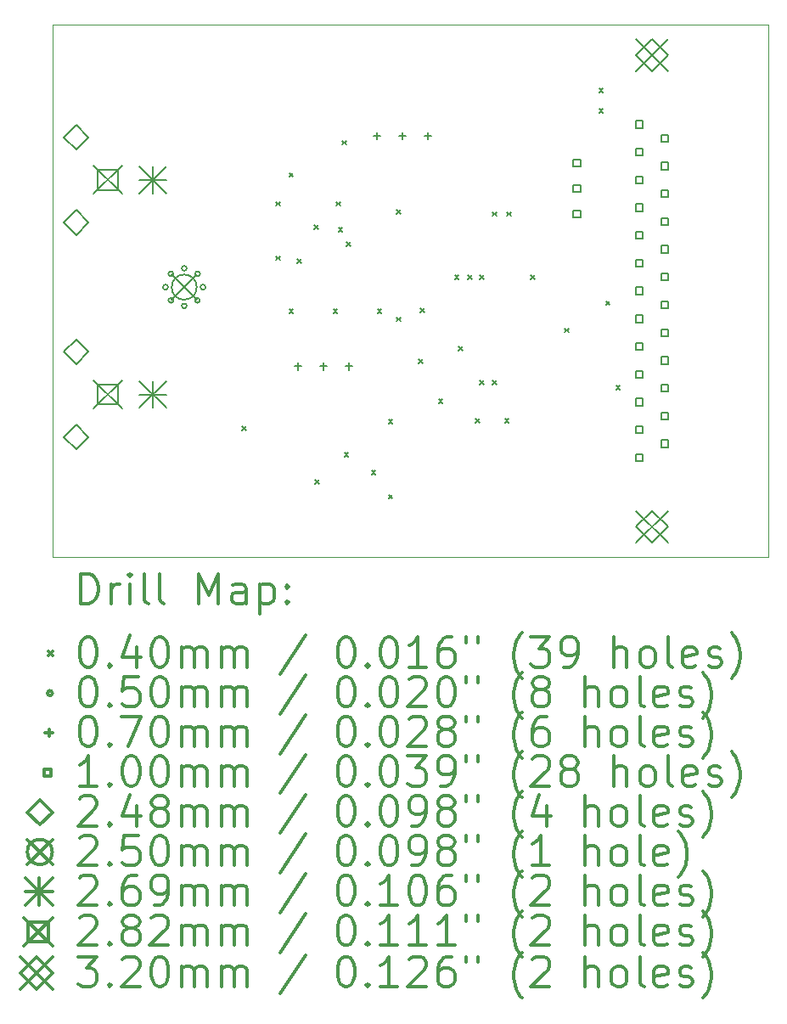
<source format=gbr>
%FSLAX45Y45*%
G04 Gerber Fmt 4.5, Leading zero omitted, Abs format (unit mm)*
G04 Created by KiCad (PCBNEW (5.1.6)-1) date 2022-10-15 16:32:06*
%MOMM*%
%LPD*%
G01*
G04 APERTURE LIST*
%TA.AperFunction,Profile*%
%ADD10C,0.050000*%
%TD*%
%ADD11C,0.200000*%
%ADD12C,0.300000*%
G04 APERTURE END LIST*
D10*
X13600000Y-6460000D02*
X13600000Y-6560000D01*
X20740000Y-6460000D02*
X13600000Y-6460000D01*
X13600000Y-11770000D02*
X13600000Y-6560000D01*
X20740000Y-11770000D02*
X13600000Y-11770000D01*
X20740000Y-6460000D02*
X20740000Y-11770000D01*
D11*
X15490000Y-10470000D02*
X15530000Y-10510000D01*
X15530000Y-10470000D02*
X15490000Y-10510000D01*
X15830000Y-8230000D02*
X15870000Y-8270000D01*
X15870000Y-8230000D02*
X15830000Y-8270000D01*
X15830000Y-8770000D02*
X15870000Y-8810000D01*
X15870000Y-8770000D02*
X15830000Y-8810000D01*
X15960000Y-7940000D02*
X16000000Y-7980000D01*
X16000000Y-7940000D02*
X15960000Y-7980000D01*
X15960000Y-9300000D02*
X16000000Y-9340000D01*
X16000000Y-9300000D02*
X15960000Y-9340000D01*
X16040000Y-8800000D02*
X16080000Y-8840000D01*
X16080000Y-8800000D02*
X16040000Y-8840000D01*
X16210000Y-8460000D02*
X16250000Y-8500000D01*
X16250000Y-8460000D02*
X16210000Y-8500000D01*
X16220000Y-11000000D02*
X16260000Y-11040000D01*
X16260000Y-11000000D02*
X16220000Y-11040000D01*
X16400000Y-9300000D02*
X16440000Y-9340000D01*
X16440000Y-9300000D02*
X16400000Y-9340000D01*
X16431856Y-8228144D02*
X16471856Y-8268144D01*
X16471856Y-8228144D02*
X16431856Y-8268144D01*
X16450000Y-8490000D02*
X16490000Y-8530000D01*
X16490000Y-8490000D02*
X16450000Y-8530000D01*
X16490000Y-7620000D02*
X16530000Y-7660000D01*
X16530000Y-7620000D02*
X16490000Y-7660000D01*
X16510000Y-10730000D02*
X16550000Y-10770000D01*
X16550000Y-10730000D02*
X16510000Y-10770000D01*
X16531200Y-8631200D02*
X16571200Y-8671200D01*
X16571200Y-8631200D02*
X16531200Y-8671200D01*
X16780000Y-10910000D02*
X16820000Y-10950000D01*
X16820000Y-10910000D02*
X16780000Y-10950000D01*
X16840000Y-9300000D02*
X16880000Y-9340000D01*
X16880000Y-9300000D02*
X16840000Y-9340000D01*
X16950000Y-10400000D02*
X16990000Y-10440000D01*
X16990000Y-10400000D02*
X16950000Y-10440000D01*
X16950000Y-11150000D02*
X16990000Y-11190000D01*
X16990000Y-11150000D02*
X16950000Y-11190000D01*
X17030000Y-8310000D02*
X17070000Y-8350000D01*
X17070000Y-8310000D02*
X17030000Y-8350000D01*
X17030000Y-9380000D02*
X17070000Y-9420000D01*
X17070000Y-9380000D02*
X17030000Y-9420000D01*
X17250000Y-9800000D02*
X17290000Y-9840000D01*
X17290000Y-9800000D02*
X17250000Y-9840000D01*
X17270000Y-9290000D02*
X17310000Y-9330000D01*
X17310000Y-9290000D02*
X17270000Y-9330000D01*
X17450000Y-10200000D02*
X17490000Y-10240000D01*
X17490000Y-10200000D02*
X17450000Y-10240000D01*
X17610000Y-8960000D02*
X17650000Y-9000000D01*
X17650000Y-8960000D02*
X17610000Y-9000000D01*
X17650000Y-9670000D02*
X17690000Y-9710000D01*
X17690000Y-9670000D02*
X17650000Y-9710000D01*
X17740000Y-8960000D02*
X17780000Y-9000000D01*
X17780000Y-8960000D02*
X17740000Y-9000000D01*
X17820000Y-10390000D02*
X17860000Y-10430000D01*
X17860000Y-10390000D02*
X17820000Y-10430000D01*
X17860000Y-8960000D02*
X17900000Y-9000000D01*
X17900000Y-8960000D02*
X17860000Y-9000000D01*
X17860000Y-10010000D02*
X17900000Y-10050000D01*
X17900000Y-10010000D02*
X17860000Y-10050000D01*
X17990000Y-8330000D02*
X18030000Y-8370000D01*
X18030000Y-8330000D02*
X17990000Y-8370000D01*
X17990000Y-10010000D02*
X18030000Y-10050000D01*
X18030000Y-10010000D02*
X17990000Y-10050000D01*
X18110000Y-10390000D02*
X18150000Y-10430000D01*
X18150000Y-10390000D02*
X18110000Y-10430000D01*
X18130000Y-8330000D02*
X18170000Y-8370000D01*
X18170000Y-8330000D02*
X18130000Y-8370000D01*
X18371000Y-8961000D02*
X18411000Y-9001000D01*
X18411000Y-8961000D02*
X18371000Y-9001000D01*
X18710000Y-9490000D02*
X18750000Y-9530000D01*
X18750000Y-9490000D02*
X18710000Y-9530000D01*
X19050000Y-7100000D02*
X19090000Y-7140000D01*
X19090000Y-7100000D02*
X19050000Y-7140000D01*
X19050000Y-7300000D02*
X19090000Y-7340000D01*
X19090000Y-7300000D02*
X19050000Y-7340000D01*
X19117500Y-9218985D02*
X19157500Y-9258985D01*
X19157500Y-9218985D02*
X19117500Y-9258985D01*
X19220000Y-10060000D02*
X19260000Y-10100000D01*
X19260000Y-10060000D02*
X19220000Y-10100000D01*
X14750000Y-9080000D02*
G75*
G03*
X14750000Y-9080000I-25000J0D01*
G01*
X14804917Y-8947418D02*
G75*
G03*
X14804917Y-8947418I-25000J0D01*
G01*
X14804917Y-9212583D02*
G75*
G03*
X14804917Y-9212583I-25000J0D01*
G01*
X14937500Y-8892500D02*
G75*
G03*
X14937500Y-8892500I-25000J0D01*
G01*
X14937500Y-9267500D02*
G75*
G03*
X14937500Y-9267500I-25000J0D01*
G01*
X15070082Y-8947418D02*
G75*
G03*
X15070082Y-8947418I-25000J0D01*
G01*
X15070082Y-9212583D02*
G75*
G03*
X15070082Y-9212583I-25000J0D01*
G01*
X15125000Y-9080000D02*
G75*
G03*
X15125000Y-9080000I-25000J0D01*
G01*
X16046000Y-9835000D02*
X16046000Y-9905000D01*
X16011000Y-9870000D02*
X16081000Y-9870000D01*
X16300000Y-9835000D02*
X16300000Y-9905000D01*
X16265000Y-9870000D02*
X16335000Y-9870000D01*
X16554000Y-9835000D02*
X16554000Y-9905000D01*
X16519000Y-9870000D02*
X16589000Y-9870000D01*
X16836000Y-7535000D02*
X16836000Y-7605000D01*
X16801000Y-7570000D02*
X16871000Y-7570000D01*
X17090000Y-7535000D02*
X17090000Y-7605000D01*
X17055000Y-7570000D02*
X17125000Y-7570000D01*
X17344000Y-7535000D02*
X17344000Y-7605000D01*
X17309000Y-7570000D02*
X17379000Y-7570000D01*
X19485356Y-7491356D02*
X19485356Y-7420644D01*
X19414644Y-7420644D01*
X19414644Y-7491356D01*
X19485356Y-7491356D01*
X19485356Y-7768356D02*
X19485356Y-7697644D01*
X19414644Y-7697644D01*
X19414644Y-7768356D01*
X19485356Y-7768356D01*
X19485356Y-8045356D02*
X19485356Y-7974644D01*
X19414644Y-7974644D01*
X19414644Y-8045356D01*
X19485356Y-8045356D01*
X19485356Y-8322356D02*
X19485356Y-8251644D01*
X19414644Y-8251644D01*
X19414644Y-8322356D01*
X19485356Y-8322356D01*
X19485356Y-8599356D02*
X19485356Y-8528644D01*
X19414644Y-8528644D01*
X19414644Y-8599356D01*
X19485356Y-8599356D01*
X19485356Y-8876356D02*
X19485356Y-8805644D01*
X19414644Y-8805644D01*
X19414644Y-8876356D01*
X19485356Y-8876356D01*
X19485356Y-9153356D02*
X19485356Y-9082644D01*
X19414644Y-9082644D01*
X19414644Y-9153356D01*
X19485356Y-9153356D01*
X19485356Y-9430356D02*
X19485356Y-9359644D01*
X19414644Y-9359644D01*
X19414644Y-9430356D01*
X19485356Y-9430356D01*
X19485356Y-9707356D02*
X19485356Y-9636644D01*
X19414644Y-9636644D01*
X19414644Y-9707356D01*
X19485356Y-9707356D01*
X19485356Y-9984356D02*
X19485356Y-9913644D01*
X19414644Y-9913644D01*
X19414644Y-9984356D01*
X19485356Y-9984356D01*
X19485356Y-10261356D02*
X19485356Y-10190644D01*
X19414644Y-10190644D01*
X19414644Y-10261356D01*
X19485356Y-10261356D01*
X19485356Y-10538356D02*
X19485356Y-10467644D01*
X19414644Y-10467644D01*
X19414644Y-10538356D01*
X19485356Y-10538356D01*
X19485356Y-10815356D02*
X19485356Y-10744644D01*
X19414644Y-10744644D01*
X19414644Y-10815356D01*
X19485356Y-10815356D01*
X19739356Y-7629856D02*
X19739356Y-7559144D01*
X19668644Y-7559144D01*
X19668644Y-7629856D01*
X19739356Y-7629856D01*
X19739356Y-7906856D02*
X19739356Y-7836144D01*
X19668644Y-7836144D01*
X19668644Y-7906856D01*
X19739356Y-7906856D01*
X19739356Y-8183856D02*
X19739356Y-8113144D01*
X19668644Y-8113144D01*
X19668644Y-8183856D01*
X19739356Y-8183856D01*
X19739356Y-8460856D02*
X19739356Y-8390144D01*
X19668644Y-8390144D01*
X19668644Y-8460856D01*
X19739356Y-8460856D01*
X19739356Y-8737856D02*
X19739356Y-8667144D01*
X19668644Y-8667144D01*
X19668644Y-8737856D01*
X19739356Y-8737856D01*
X19739356Y-9014856D02*
X19739356Y-8944144D01*
X19668644Y-8944144D01*
X19668644Y-9014856D01*
X19739356Y-9014856D01*
X19739356Y-9291856D02*
X19739356Y-9221144D01*
X19668644Y-9221144D01*
X19668644Y-9291856D01*
X19739356Y-9291856D01*
X19739356Y-9568856D02*
X19739356Y-9498144D01*
X19668644Y-9498144D01*
X19668644Y-9568856D01*
X19739356Y-9568856D01*
X19739356Y-9845856D02*
X19739356Y-9775144D01*
X19668644Y-9775144D01*
X19668644Y-9845856D01*
X19739356Y-9845856D01*
X19739356Y-10122856D02*
X19739356Y-10052144D01*
X19668644Y-10052144D01*
X19668644Y-10122856D01*
X19739356Y-10122856D01*
X19739356Y-10399856D02*
X19739356Y-10329144D01*
X19668644Y-10329144D01*
X19668644Y-10399856D01*
X19739356Y-10399856D01*
X19739356Y-10676856D02*
X19739356Y-10606144D01*
X19668644Y-10606144D01*
X19668644Y-10676856D01*
X19739356Y-10676856D01*
X18865356Y-7877356D02*
X18865356Y-7806644D01*
X18794644Y-7806644D01*
X18794644Y-7877356D01*
X18865356Y-7877356D01*
X18865356Y-8131356D02*
X18865356Y-8060644D01*
X18794644Y-8060644D01*
X18794644Y-8131356D01*
X18865356Y-8131356D01*
X18865356Y-8385356D02*
X18865356Y-8314644D01*
X18794644Y-8314644D01*
X18794644Y-8385356D01*
X18865356Y-8385356D01*
X13835000Y-7709000D02*
X13959000Y-7585000D01*
X13835000Y-7461000D01*
X13711000Y-7585000D01*
X13835000Y-7709000D01*
X13835000Y-8559000D02*
X13959000Y-8435000D01*
X13835000Y-8311000D01*
X13711000Y-8435000D01*
X13835000Y-8559000D01*
X13835000Y-9849000D02*
X13959000Y-9725000D01*
X13835000Y-9601000D01*
X13711000Y-9725000D01*
X13835000Y-9849000D01*
X13835000Y-10699000D02*
X13959000Y-10575000D01*
X13835000Y-10451000D01*
X13711000Y-10575000D01*
X13835000Y-10699000D01*
X14787500Y-8955000D02*
X15037500Y-9205000D01*
X15037500Y-8955000D02*
X14787500Y-9205000D01*
X15037500Y-9080000D02*
G75*
G03*
X15037500Y-9080000I-125000J0D01*
G01*
X14465500Y-7875500D02*
X14734500Y-8144500D01*
X14734500Y-7875500D02*
X14465500Y-8144500D01*
X14600000Y-7875500D02*
X14600000Y-8144500D01*
X14465500Y-8010000D02*
X14734500Y-8010000D01*
X14465500Y-10015500D02*
X14734500Y-10284500D01*
X14734500Y-10015500D02*
X14465500Y-10284500D01*
X14600000Y-10015500D02*
X14600000Y-10284500D01*
X14465500Y-10150000D02*
X14734500Y-10150000D01*
X14009000Y-7869000D02*
X14291000Y-8151000D01*
X14291000Y-7869000D02*
X14009000Y-8151000D01*
X14249703Y-8109703D02*
X14249703Y-7910297D01*
X14050297Y-7910297D01*
X14050297Y-8109703D01*
X14249703Y-8109703D01*
X14009000Y-10009000D02*
X14291000Y-10291000D01*
X14291000Y-10009000D02*
X14009000Y-10291000D01*
X14249703Y-10249703D02*
X14249703Y-10050297D01*
X14050297Y-10050297D01*
X14050297Y-10249703D01*
X14249703Y-10249703D01*
X19417000Y-6606000D02*
X19737000Y-6926000D01*
X19737000Y-6606000D02*
X19417000Y-6926000D01*
X19577000Y-6926000D02*
X19737000Y-6766000D01*
X19577000Y-6606000D01*
X19417000Y-6766000D01*
X19577000Y-6926000D01*
X19417000Y-11310000D02*
X19737000Y-11630000D01*
X19737000Y-11310000D02*
X19417000Y-11630000D01*
X19577000Y-11630000D02*
X19737000Y-11470000D01*
X19577000Y-11310000D01*
X19417000Y-11470000D01*
X19577000Y-11630000D01*
D12*
X13883928Y-12238214D02*
X13883928Y-11938214D01*
X13955357Y-11938214D01*
X13998214Y-11952500D01*
X14026786Y-11981071D01*
X14041071Y-12009643D01*
X14055357Y-12066786D01*
X14055357Y-12109643D01*
X14041071Y-12166786D01*
X14026786Y-12195357D01*
X13998214Y-12223929D01*
X13955357Y-12238214D01*
X13883928Y-12238214D01*
X14183928Y-12238214D02*
X14183928Y-12038214D01*
X14183928Y-12095357D02*
X14198214Y-12066786D01*
X14212500Y-12052500D01*
X14241071Y-12038214D01*
X14269643Y-12038214D01*
X14369643Y-12238214D02*
X14369643Y-12038214D01*
X14369643Y-11938214D02*
X14355357Y-11952500D01*
X14369643Y-11966786D01*
X14383928Y-11952500D01*
X14369643Y-11938214D01*
X14369643Y-11966786D01*
X14555357Y-12238214D02*
X14526786Y-12223929D01*
X14512500Y-12195357D01*
X14512500Y-11938214D01*
X14712500Y-12238214D02*
X14683928Y-12223929D01*
X14669643Y-12195357D01*
X14669643Y-11938214D01*
X15055357Y-12238214D02*
X15055357Y-11938214D01*
X15155357Y-12152500D01*
X15255357Y-11938214D01*
X15255357Y-12238214D01*
X15526786Y-12238214D02*
X15526786Y-12081071D01*
X15512500Y-12052500D01*
X15483928Y-12038214D01*
X15426786Y-12038214D01*
X15398214Y-12052500D01*
X15526786Y-12223929D02*
X15498214Y-12238214D01*
X15426786Y-12238214D01*
X15398214Y-12223929D01*
X15383928Y-12195357D01*
X15383928Y-12166786D01*
X15398214Y-12138214D01*
X15426786Y-12123929D01*
X15498214Y-12123929D01*
X15526786Y-12109643D01*
X15669643Y-12038214D02*
X15669643Y-12338214D01*
X15669643Y-12052500D02*
X15698214Y-12038214D01*
X15755357Y-12038214D01*
X15783928Y-12052500D01*
X15798214Y-12066786D01*
X15812500Y-12095357D01*
X15812500Y-12181071D01*
X15798214Y-12209643D01*
X15783928Y-12223929D01*
X15755357Y-12238214D01*
X15698214Y-12238214D01*
X15669643Y-12223929D01*
X15941071Y-12209643D02*
X15955357Y-12223929D01*
X15941071Y-12238214D01*
X15926786Y-12223929D01*
X15941071Y-12209643D01*
X15941071Y-12238214D01*
X15941071Y-12052500D02*
X15955357Y-12066786D01*
X15941071Y-12081071D01*
X15926786Y-12066786D01*
X15941071Y-12052500D01*
X15941071Y-12081071D01*
X13557500Y-12712500D02*
X13597500Y-12752500D01*
X13597500Y-12712500D02*
X13557500Y-12752500D01*
X13941071Y-12568214D02*
X13969643Y-12568214D01*
X13998214Y-12582500D01*
X14012500Y-12596786D01*
X14026786Y-12625357D01*
X14041071Y-12682500D01*
X14041071Y-12753929D01*
X14026786Y-12811071D01*
X14012500Y-12839643D01*
X13998214Y-12853929D01*
X13969643Y-12868214D01*
X13941071Y-12868214D01*
X13912500Y-12853929D01*
X13898214Y-12839643D01*
X13883928Y-12811071D01*
X13869643Y-12753929D01*
X13869643Y-12682500D01*
X13883928Y-12625357D01*
X13898214Y-12596786D01*
X13912500Y-12582500D01*
X13941071Y-12568214D01*
X14169643Y-12839643D02*
X14183928Y-12853929D01*
X14169643Y-12868214D01*
X14155357Y-12853929D01*
X14169643Y-12839643D01*
X14169643Y-12868214D01*
X14441071Y-12668214D02*
X14441071Y-12868214D01*
X14369643Y-12553929D02*
X14298214Y-12768214D01*
X14483928Y-12768214D01*
X14655357Y-12568214D02*
X14683928Y-12568214D01*
X14712500Y-12582500D01*
X14726786Y-12596786D01*
X14741071Y-12625357D01*
X14755357Y-12682500D01*
X14755357Y-12753929D01*
X14741071Y-12811071D01*
X14726786Y-12839643D01*
X14712500Y-12853929D01*
X14683928Y-12868214D01*
X14655357Y-12868214D01*
X14626786Y-12853929D01*
X14612500Y-12839643D01*
X14598214Y-12811071D01*
X14583928Y-12753929D01*
X14583928Y-12682500D01*
X14598214Y-12625357D01*
X14612500Y-12596786D01*
X14626786Y-12582500D01*
X14655357Y-12568214D01*
X14883928Y-12868214D02*
X14883928Y-12668214D01*
X14883928Y-12696786D02*
X14898214Y-12682500D01*
X14926786Y-12668214D01*
X14969643Y-12668214D01*
X14998214Y-12682500D01*
X15012500Y-12711071D01*
X15012500Y-12868214D01*
X15012500Y-12711071D02*
X15026786Y-12682500D01*
X15055357Y-12668214D01*
X15098214Y-12668214D01*
X15126786Y-12682500D01*
X15141071Y-12711071D01*
X15141071Y-12868214D01*
X15283928Y-12868214D02*
X15283928Y-12668214D01*
X15283928Y-12696786D02*
X15298214Y-12682500D01*
X15326786Y-12668214D01*
X15369643Y-12668214D01*
X15398214Y-12682500D01*
X15412500Y-12711071D01*
X15412500Y-12868214D01*
X15412500Y-12711071D02*
X15426786Y-12682500D01*
X15455357Y-12668214D01*
X15498214Y-12668214D01*
X15526786Y-12682500D01*
X15541071Y-12711071D01*
X15541071Y-12868214D01*
X16126786Y-12553929D02*
X15869643Y-12939643D01*
X16512500Y-12568214D02*
X16541071Y-12568214D01*
X16569643Y-12582500D01*
X16583928Y-12596786D01*
X16598214Y-12625357D01*
X16612500Y-12682500D01*
X16612500Y-12753929D01*
X16598214Y-12811071D01*
X16583928Y-12839643D01*
X16569643Y-12853929D01*
X16541071Y-12868214D01*
X16512500Y-12868214D01*
X16483928Y-12853929D01*
X16469643Y-12839643D01*
X16455357Y-12811071D01*
X16441071Y-12753929D01*
X16441071Y-12682500D01*
X16455357Y-12625357D01*
X16469643Y-12596786D01*
X16483928Y-12582500D01*
X16512500Y-12568214D01*
X16741071Y-12839643D02*
X16755357Y-12853929D01*
X16741071Y-12868214D01*
X16726786Y-12853929D01*
X16741071Y-12839643D01*
X16741071Y-12868214D01*
X16941071Y-12568214D02*
X16969643Y-12568214D01*
X16998214Y-12582500D01*
X17012500Y-12596786D01*
X17026786Y-12625357D01*
X17041071Y-12682500D01*
X17041071Y-12753929D01*
X17026786Y-12811071D01*
X17012500Y-12839643D01*
X16998214Y-12853929D01*
X16969643Y-12868214D01*
X16941071Y-12868214D01*
X16912500Y-12853929D01*
X16898214Y-12839643D01*
X16883928Y-12811071D01*
X16869643Y-12753929D01*
X16869643Y-12682500D01*
X16883928Y-12625357D01*
X16898214Y-12596786D01*
X16912500Y-12582500D01*
X16941071Y-12568214D01*
X17326786Y-12868214D02*
X17155357Y-12868214D01*
X17241071Y-12868214D02*
X17241071Y-12568214D01*
X17212500Y-12611071D01*
X17183928Y-12639643D01*
X17155357Y-12653929D01*
X17583928Y-12568214D02*
X17526786Y-12568214D01*
X17498214Y-12582500D01*
X17483928Y-12596786D01*
X17455357Y-12639643D01*
X17441071Y-12696786D01*
X17441071Y-12811071D01*
X17455357Y-12839643D01*
X17469643Y-12853929D01*
X17498214Y-12868214D01*
X17555357Y-12868214D01*
X17583928Y-12853929D01*
X17598214Y-12839643D01*
X17612500Y-12811071D01*
X17612500Y-12739643D01*
X17598214Y-12711071D01*
X17583928Y-12696786D01*
X17555357Y-12682500D01*
X17498214Y-12682500D01*
X17469643Y-12696786D01*
X17455357Y-12711071D01*
X17441071Y-12739643D01*
X17726786Y-12568214D02*
X17726786Y-12625357D01*
X17841071Y-12568214D02*
X17841071Y-12625357D01*
X18283928Y-12982500D02*
X18269643Y-12968214D01*
X18241071Y-12925357D01*
X18226786Y-12896786D01*
X18212500Y-12853929D01*
X18198214Y-12782500D01*
X18198214Y-12725357D01*
X18212500Y-12653929D01*
X18226786Y-12611071D01*
X18241071Y-12582500D01*
X18269643Y-12539643D01*
X18283928Y-12525357D01*
X18369643Y-12568214D02*
X18555357Y-12568214D01*
X18455357Y-12682500D01*
X18498214Y-12682500D01*
X18526786Y-12696786D01*
X18541071Y-12711071D01*
X18555357Y-12739643D01*
X18555357Y-12811071D01*
X18541071Y-12839643D01*
X18526786Y-12853929D01*
X18498214Y-12868214D01*
X18412500Y-12868214D01*
X18383928Y-12853929D01*
X18369643Y-12839643D01*
X18698214Y-12868214D02*
X18755357Y-12868214D01*
X18783928Y-12853929D01*
X18798214Y-12839643D01*
X18826786Y-12796786D01*
X18841071Y-12739643D01*
X18841071Y-12625357D01*
X18826786Y-12596786D01*
X18812500Y-12582500D01*
X18783928Y-12568214D01*
X18726786Y-12568214D01*
X18698214Y-12582500D01*
X18683928Y-12596786D01*
X18669643Y-12625357D01*
X18669643Y-12696786D01*
X18683928Y-12725357D01*
X18698214Y-12739643D01*
X18726786Y-12753929D01*
X18783928Y-12753929D01*
X18812500Y-12739643D01*
X18826786Y-12725357D01*
X18841071Y-12696786D01*
X19198214Y-12868214D02*
X19198214Y-12568214D01*
X19326786Y-12868214D02*
X19326786Y-12711071D01*
X19312500Y-12682500D01*
X19283928Y-12668214D01*
X19241071Y-12668214D01*
X19212500Y-12682500D01*
X19198214Y-12696786D01*
X19512500Y-12868214D02*
X19483928Y-12853929D01*
X19469643Y-12839643D01*
X19455357Y-12811071D01*
X19455357Y-12725357D01*
X19469643Y-12696786D01*
X19483928Y-12682500D01*
X19512500Y-12668214D01*
X19555357Y-12668214D01*
X19583928Y-12682500D01*
X19598214Y-12696786D01*
X19612500Y-12725357D01*
X19612500Y-12811071D01*
X19598214Y-12839643D01*
X19583928Y-12853929D01*
X19555357Y-12868214D01*
X19512500Y-12868214D01*
X19783928Y-12868214D02*
X19755357Y-12853929D01*
X19741071Y-12825357D01*
X19741071Y-12568214D01*
X20012500Y-12853929D02*
X19983928Y-12868214D01*
X19926786Y-12868214D01*
X19898214Y-12853929D01*
X19883928Y-12825357D01*
X19883928Y-12711071D01*
X19898214Y-12682500D01*
X19926786Y-12668214D01*
X19983928Y-12668214D01*
X20012500Y-12682500D01*
X20026786Y-12711071D01*
X20026786Y-12739643D01*
X19883928Y-12768214D01*
X20141071Y-12853929D02*
X20169643Y-12868214D01*
X20226786Y-12868214D01*
X20255357Y-12853929D01*
X20269643Y-12825357D01*
X20269643Y-12811071D01*
X20255357Y-12782500D01*
X20226786Y-12768214D01*
X20183928Y-12768214D01*
X20155357Y-12753929D01*
X20141071Y-12725357D01*
X20141071Y-12711071D01*
X20155357Y-12682500D01*
X20183928Y-12668214D01*
X20226786Y-12668214D01*
X20255357Y-12682500D01*
X20369643Y-12982500D02*
X20383928Y-12968214D01*
X20412500Y-12925357D01*
X20426786Y-12896786D01*
X20441071Y-12853929D01*
X20455357Y-12782500D01*
X20455357Y-12725357D01*
X20441071Y-12653929D01*
X20426786Y-12611071D01*
X20412500Y-12582500D01*
X20383928Y-12539643D01*
X20369643Y-12525357D01*
X13597500Y-13128500D02*
G75*
G03*
X13597500Y-13128500I-25000J0D01*
G01*
X13941071Y-12964214D02*
X13969643Y-12964214D01*
X13998214Y-12978500D01*
X14012500Y-12992786D01*
X14026786Y-13021357D01*
X14041071Y-13078500D01*
X14041071Y-13149929D01*
X14026786Y-13207071D01*
X14012500Y-13235643D01*
X13998214Y-13249929D01*
X13969643Y-13264214D01*
X13941071Y-13264214D01*
X13912500Y-13249929D01*
X13898214Y-13235643D01*
X13883928Y-13207071D01*
X13869643Y-13149929D01*
X13869643Y-13078500D01*
X13883928Y-13021357D01*
X13898214Y-12992786D01*
X13912500Y-12978500D01*
X13941071Y-12964214D01*
X14169643Y-13235643D02*
X14183928Y-13249929D01*
X14169643Y-13264214D01*
X14155357Y-13249929D01*
X14169643Y-13235643D01*
X14169643Y-13264214D01*
X14455357Y-12964214D02*
X14312500Y-12964214D01*
X14298214Y-13107071D01*
X14312500Y-13092786D01*
X14341071Y-13078500D01*
X14412500Y-13078500D01*
X14441071Y-13092786D01*
X14455357Y-13107071D01*
X14469643Y-13135643D01*
X14469643Y-13207071D01*
X14455357Y-13235643D01*
X14441071Y-13249929D01*
X14412500Y-13264214D01*
X14341071Y-13264214D01*
X14312500Y-13249929D01*
X14298214Y-13235643D01*
X14655357Y-12964214D02*
X14683928Y-12964214D01*
X14712500Y-12978500D01*
X14726786Y-12992786D01*
X14741071Y-13021357D01*
X14755357Y-13078500D01*
X14755357Y-13149929D01*
X14741071Y-13207071D01*
X14726786Y-13235643D01*
X14712500Y-13249929D01*
X14683928Y-13264214D01*
X14655357Y-13264214D01*
X14626786Y-13249929D01*
X14612500Y-13235643D01*
X14598214Y-13207071D01*
X14583928Y-13149929D01*
X14583928Y-13078500D01*
X14598214Y-13021357D01*
X14612500Y-12992786D01*
X14626786Y-12978500D01*
X14655357Y-12964214D01*
X14883928Y-13264214D02*
X14883928Y-13064214D01*
X14883928Y-13092786D02*
X14898214Y-13078500D01*
X14926786Y-13064214D01*
X14969643Y-13064214D01*
X14998214Y-13078500D01*
X15012500Y-13107071D01*
X15012500Y-13264214D01*
X15012500Y-13107071D02*
X15026786Y-13078500D01*
X15055357Y-13064214D01*
X15098214Y-13064214D01*
X15126786Y-13078500D01*
X15141071Y-13107071D01*
X15141071Y-13264214D01*
X15283928Y-13264214D02*
X15283928Y-13064214D01*
X15283928Y-13092786D02*
X15298214Y-13078500D01*
X15326786Y-13064214D01*
X15369643Y-13064214D01*
X15398214Y-13078500D01*
X15412500Y-13107071D01*
X15412500Y-13264214D01*
X15412500Y-13107071D02*
X15426786Y-13078500D01*
X15455357Y-13064214D01*
X15498214Y-13064214D01*
X15526786Y-13078500D01*
X15541071Y-13107071D01*
X15541071Y-13264214D01*
X16126786Y-12949929D02*
X15869643Y-13335643D01*
X16512500Y-12964214D02*
X16541071Y-12964214D01*
X16569643Y-12978500D01*
X16583928Y-12992786D01*
X16598214Y-13021357D01*
X16612500Y-13078500D01*
X16612500Y-13149929D01*
X16598214Y-13207071D01*
X16583928Y-13235643D01*
X16569643Y-13249929D01*
X16541071Y-13264214D01*
X16512500Y-13264214D01*
X16483928Y-13249929D01*
X16469643Y-13235643D01*
X16455357Y-13207071D01*
X16441071Y-13149929D01*
X16441071Y-13078500D01*
X16455357Y-13021357D01*
X16469643Y-12992786D01*
X16483928Y-12978500D01*
X16512500Y-12964214D01*
X16741071Y-13235643D02*
X16755357Y-13249929D01*
X16741071Y-13264214D01*
X16726786Y-13249929D01*
X16741071Y-13235643D01*
X16741071Y-13264214D01*
X16941071Y-12964214D02*
X16969643Y-12964214D01*
X16998214Y-12978500D01*
X17012500Y-12992786D01*
X17026786Y-13021357D01*
X17041071Y-13078500D01*
X17041071Y-13149929D01*
X17026786Y-13207071D01*
X17012500Y-13235643D01*
X16998214Y-13249929D01*
X16969643Y-13264214D01*
X16941071Y-13264214D01*
X16912500Y-13249929D01*
X16898214Y-13235643D01*
X16883928Y-13207071D01*
X16869643Y-13149929D01*
X16869643Y-13078500D01*
X16883928Y-13021357D01*
X16898214Y-12992786D01*
X16912500Y-12978500D01*
X16941071Y-12964214D01*
X17155357Y-12992786D02*
X17169643Y-12978500D01*
X17198214Y-12964214D01*
X17269643Y-12964214D01*
X17298214Y-12978500D01*
X17312500Y-12992786D01*
X17326786Y-13021357D01*
X17326786Y-13049929D01*
X17312500Y-13092786D01*
X17141071Y-13264214D01*
X17326786Y-13264214D01*
X17512500Y-12964214D02*
X17541071Y-12964214D01*
X17569643Y-12978500D01*
X17583928Y-12992786D01*
X17598214Y-13021357D01*
X17612500Y-13078500D01*
X17612500Y-13149929D01*
X17598214Y-13207071D01*
X17583928Y-13235643D01*
X17569643Y-13249929D01*
X17541071Y-13264214D01*
X17512500Y-13264214D01*
X17483928Y-13249929D01*
X17469643Y-13235643D01*
X17455357Y-13207071D01*
X17441071Y-13149929D01*
X17441071Y-13078500D01*
X17455357Y-13021357D01*
X17469643Y-12992786D01*
X17483928Y-12978500D01*
X17512500Y-12964214D01*
X17726786Y-12964214D02*
X17726786Y-13021357D01*
X17841071Y-12964214D02*
X17841071Y-13021357D01*
X18283928Y-13378500D02*
X18269643Y-13364214D01*
X18241071Y-13321357D01*
X18226786Y-13292786D01*
X18212500Y-13249929D01*
X18198214Y-13178500D01*
X18198214Y-13121357D01*
X18212500Y-13049929D01*
X18226786Y-13007071D01*
X18241071Y-12978500D01*
X18269643Y-12935643D01*
X18283928Y-12921357D01*
X18441071Y-13092786D02*
X18412500Y-13078500D01*
X18398214Y-13064214D01*
X18383928Y-13035643D01*
X18383928Y-13021357D01*
X18398214Y-12992786D01*
X18412500Y-12978500D01*
X18441071Y-12964214D01*
X18498214Y-12964214D01*
X18526786Y-12978500D01*
X18541071Y-12992786D01*
X18555357Y-13021357D01*
X18555357Y-13035643D01*
X18541071Y-13064214D01*
X18526786Y-13078500D01*
X18498214Y-13092786D01*
X18441071Y-13092786D01*
X18412500Y-13107071D01*
X18398214Y-13121357D01*
X18383928Y-13149929D01*
X18383928Y-13207071D01*
X18398214Y-13235643D01*
X18412500Y-13249929D01*
X18441071Y-13264214D01*
X18498214Y-13264214D01*
X18526786Y-13249929D01*
X18541071Y-13235643D01*
X18555357Y-13207071D01*
X18555357Y-13149929D01*
X18541071Y-13121357D01*
X18526786Y-13107071D01*
X18498214Y-13092786D01*
X18912500Y-13264214D02*
X18912500Y-12964214D01*
X19041071Y-13264214D02*
X19041071Y-13107071D01*
X19026786Y-13078500D01*
X18998214Y-13064214D01*
X18955357Y-13064214D01*
X18926786Y-13078500D01*
X18912500Y-13092786D01*
X19226786Y-13264214D02*
X19198214Y-13249929D01*
X19183928Y-13235643D01*
X19169643Y-13207071D01*
X19169643Y-13121357D01*
X19183928Y-13092786D01*
X19198214Y-13078500D01*
X19226786Y-13064214D01*
X19269643Y-13064214D01*
X19298214Y-13078500D01*
X19312500Y-13092786D01*
X19326786Y-13121357D01*
X19326786Y-13207071D01*
X19312500Y-13235643D01*
X19298214Y-13249929D01*
X19269643Y-13264214D01*
X19226786Y-13264214D01*
X19498214Y-13264214D02*
X19469643Y-13249929D01*
X19455357Y-13221357D01*
X19455357Y-12964214D01*
X19726786Y-13249929D02*
X19698214Y-13264214D01*
X19641071Y-13264214D01*
X19612500Y-13249929D01*
X19598214Y-13221357D01*
X19598214Y-13107071D01*
X19612500Y-13078500D01*
X19641071Y-13064214D01*
X19698214Y-13064214D01*
X19726786Y-13078500D01*
X19741071Y-13107071D01*
X19741071Y-13135643D01*
X19598214Y-13164214D01*
X19855357Y-13249929D02*
X19883928Y-13264214D01*
X19941071Y-13264214D01*
X19969643Y-13249929D01*
X19983928Y-13221357D01*
X19983928Y-13207071D01*
X19969643Y-13178500D01*
X19941071Y-13164214D01*
X19898214Y-13164214D01*
X19869643Y-13149929D01*
X19855357Y-13121357D01*
X19855357Y-13107071D01*
X19869643Y-13078500D01*
X19898214Y-13064214D01*
X19941071Y-13064214D01*
X19969643Y-13078500D01*
X20083928Y-13378500D02*
X20098214Y-13364214D01*
X20126786Y-13321357D01*
X20141071Y-13292786D01*
X20155357Y-13249929D01*
X20169643Y-13178500D01*
X20169643Y-13121357D01*
X20155357Y-13049929D01*
X20141071Y-13007071D01*
X20126786Y-12978500D01*
X20098214Y-12935643D01*
X20083928Y-12921357D01*
X13562500Y-13489500D02*
X13562500Y-13559500D01*
X13527500Y-13524500D02*
X13597500Y-13524500D01*
X13941071Y-13360214D02*
X13969643Y-13360214D01*
X13998214Y-13374500D01*
X14012500Y-13388786D01*
X14026786Y-13417357D01*
X14041071Y-13474500D01*
X14041071Y-13545929D01*
X14026786Y-13603071D01*
X14012500Y-13631643D01*
X13998214Y-13645929D01*
X13969643Y-13660214D01*
X13941071Y-13660214D01*
X13912500Y-13645929D01*
X13898214Y-13631643D01*
X13883928Y-13603071D01*
X13869643Y-13545929D01*
X13869643Y-13474500D01*
X13883928Y-13417357D01*
X13898214Y-13388786D01*
X13912500Y-13374500D01*
X13941071Y-13360214D01*
X14169643Y-13631643D02*
X14183928Y-13645929D01*
X14169643Y-13660214D01*
X14155357Y-13645929D01*
X14169643Y-13631643D01*
X14169643Y-13660214D01*
X14283928Y-13360214D02*
X14483928Y-13360214D01*
X14355357Y-13660214D01*
X14655357Y-13360214D02*
X14683928Y-13360214D01*
X14712500Y-13374500D01*
X14726786Y-13388786D01*
X14741071Y-13417357D01*
X14755357Y-13474500D01*
X14755357Y-13545929D01*
X14741071Y-13603071D01*
X14726786Y-13631643D01*
X14712500Y-13645929D01*
X14683928Y-13660214D01*
X14655357Y-13660214D01*
X14626786Y-13645929D01*
X14612500Y-13631643D01*
X14598214Y-13603071D01*
X14583928Y-13545929D01*
X14583928Y-13474500D01*
X14598214Y-13417357D01*
X14612500Y-13388786D01*
X14626786Y-13374500D01*
X14655357Y-13360214D01*
X14883928Y-13660214D02*
X14883928Y-13460214D01*
X14883928Y-13488786D02*
X14898214Y-13474500D01*
X14926786Y-13460214D01*
X14969643Y-13460214D01*
X14998214Y-13474500D01*
X15012500Y-13503071D01*
X15012500Y-13660214D01*
X15012500Y-13503071D02*
X15026786Y-13474500D01*
X15055357Y-13460214D01*
X15098214Y-13460214D01*
X15126786Y-13474500D01*
X15141071Y-13503071D01*
X15141071Y-13660214D01*
X15283928Y-13660214D02*
X15283928Y-13460214D01*
X15283928Y-13488786D02*
X15298214Y-13474500D01*
X15326786Y-13460214D01*
X15369643Y-13460214D01*
X15398214Y-13474500D01*
X15412500Y-13503071D01*
X15412500Y-13660214D01*
X15412500Y-13503071D02*
X15426786Y-13474500D01*
X15455357Y-13460214D01*
X15498214Y-13460214D01*
X15526786Y-13474500D01*
X15541071Y-13503071D01*
X15541071Y-13660214D01*
X16126786Y-13345929D02*
X15869643Y-13731643D01*
X16512500Y-13360214D02*
X16541071Y-13360214D01*
X16569643Y-13374500D01*
X16583928Y-13388786D01*
X16598214Y-13417357D01*
X16612500Y-13474500D01*
X16612500Y-13545929D01*
X16598214Y-13603071D01*
X16583928Y-13631643D01*
X16569643Y-13645929D01*
X16541071Y-13660214D01*
X16512500Y-13660214D01*
X16483928Y-13645929D01*
X16469643Y-13631643D01*
X16455357Y-13603071D01*
X16441071Y-13545929D01*
X16441071Y-13474500D01*
X16455357Y-13417357D01*
X16469643Y-13388786D01*
X16483928Y-13374500D01*
X16512500Y-13360214D01*
X16741071Y-13631643D02*
X16755357Y-13645929D01*
X16741071Y-13660214D01*
X16726786Y-13645929D01*
X16741071Y-13631643D01*
X16741071Y-13660214D01*
X16941071Y-13360214D02*
X16969643Y-13360214D01*
X16998214Y-13374500D01*
X17012500Y-13388786D01*
X17026786Y-13417357D01*
X17041071Y-13474500D01*
X17041071Y-13545929D01*
X17026786Y-13603071D01*
X17012500Y-13631643D01*
X16998214Y-13645929D01*
X16969643Y-13660214D01*
X16941071Y-13660214D01*
X16912500Y-13645929D01*
X16898214Y-13631643D01*
X16883928Y-13603071D01*
X16869643Y-13545929D01*
X16869643Y-13474500D01*
X16883928Y-13417357D01*
X16898214Y-13388786D01*
X16912500Y-13374500D01*
X16941071Y-13360214D01*
X17155357Y-13388786D02*
X17169643Y-13374500D01*
X17198214Y-13360214D01*
X17269643Y-13360214D01*
X17298214Y-13374500D01*
X17312500Y-13388786D01*
X17326786Y-13417357D01*
X17326786Y-13445929D01*
X17312500Y-13488786D01*
X17141071Y-13660214D01*
X17326786Y-13660214D01*
X17498214Y-13488786D02*
X17469643Y-13474500D01*
X17455357Y-13460214D01*
X17441071Y-13431643D01*
X17441071Y-13417357D01*
X17455357Y-13388786D01*
X17469643Y-13374500D01*
X17498214Y-13360214D01*
X17555357Y-13360214D01*
X17583928Y-13374500D01*
X17598214Y-13388786D01*
X17612500Y-13417357D01*
X17612500Y-13431643D01*
X17598214Y-13460214D01*
X17583928Y-13474500D01*
X17555357Y-13488786D01*
X17498214Y-13488786D01*
X17469643Y-13503071D01*
X17455357Y-13517357D01*
X17441071Y-13545929D01*
X17441071Y-13603071D01*
X17455357Y-13631643D01*
X17469643Y-13645929D01*
X17498214Y-13660214D01*
X17555357Y-13660214D01*
X17583928Y-13645929D01*
X17598214Y-13631643D01*
X17612500Y-13603071D01*
X17612500Y-13545929D01*
X17598214Y-13517357D01*
X17583928Y-13503071D01*
X17555357Y-13488786D01*
X17726786Y-13360214D02*
X17726786Y-13417357D01*
X17841071Y-13360214D02*
X17841071Y-13417357D01*
X18283928Y-13774500D02*
X18269643Y-13760214D01*
X18241071Y-13717357D01*
X18226786Y-13688786D01*
X18212500Y-13645929D01*
X18198214Y-13574500D01*
X18198214Y-13517357D01*
X18212500Y-13445929D01*
X18226786Y-13403071D01*
X18241071Y-13374500D01*
X18269643Y-13331643D01*
X18283928Y-13317357D01*
X18526786Y-13360214D02*
X18469643Y-13360214D01*
X18441071Y-13374500D01*
X18426786Y-13388786D01*
X18398214Y-13431643D01*
X18383928Y-13488786D01*
X18383928Y-13603071D01*
X18398214Y-13631643D01*
X18412500Y-13645929D01*
X18441071Y-13660214D01*
X18498214Y-13660214D01*
X18526786Y-13645929D01*
X18541071Y-13631643D01*
X18555357Y-13603071D01*
X18555357Y-13531643D01*
X18541071Y-13503071D01*
X18526786Y-13488786D01*
X18498214Y-13474500D01*
X18441071Y-13474500D01*
X18412500Y-13488786D01*
X18398214Y-13503071D01*
X18383928Y-13531643D01*
X18912500Y-13660214D02*
X18912500Y-13360214D01*
X19041071Y-13660214D02*
X19041071Y-13503071D01*
X19026786Y-13474500D01*
X18998214Y-13460214D01*
X18955357Y-13460214D01*
X18926786Y-13474500D01*
X18912500Y-13488786D01*
X19226786Y-13660214D02*
X19198214Y-13645929D01*
X19183928Y-13631643D01*
X19169643Y-13603071D01*
X19169643Y-13517357D01*
X19183928Y-13488786D01*
X19198214Y-13474500D01*
X19226786Y-13460214D01*
X19269643Y-13460214D01*
X19298214Y-13474500D01*
X19312500Y-13488786D01*
X19326786Y-13517357D01*
X19326786Y-13603071D01*
X19312500Y-13631643D01*
X19298214Y-13645929D01*
X19269643Y-13660214D01*
X19226786Y-13660214D01*
X19498214Y-13660214D02*
X19469643Y-13645929D01*
X19455357Y-13617357D01*
X19455357Y-13360214D01*
X19726786Y-13645929D02*
X19698214Y-13660214D01*
X19641071Y-13660214D01*
X19612500Y-13645929D01*
X19598214Y-13617357D01*
X19598214Y-13503071D01*
X19612500Y-13474500D01*
X19641071Y-13460214D01*
X19698214Y-13460214D01*
X19726786Y-13474500D01*
X19741071Y-13503071D01*
X19741071Y-13531643D01*
X19598214Y-13560214D01*
X19855357Y-13645929D02*
X19883928Y-13660214D01*
X19941071Y-13660214D01*
X19969643Y-13645929D01*
X19983928Y-13617357D01*
X19983928Y-13603071D01*
X19969643Y-13574500D01*
X19941071Y-13560214D01*
X19898214Y-13560214D01*
X19869643Y-13545929D01*
X19855357Y-13517357D01*
X19855357Y-13503071D01*
X19869643Y-13474500D01*
X19898214Y-13460214D01*
X19941071Y-13460214D01*
X19969643Y-13474500D01*
X20083928Y-13774500D02*
X20098214Y-13760214D01*
X20126786Y-13717357D01*
X20141071Y-13688786D01*
X20155357Y-13645929D01*
X20169643Y-13574500D01*
X20169643Y-13517357D01*
X20155357Y-13445929D01*
X20141071Y-13403071D01*
X20126786Y-13374500D01*
X20098214Y-13331643D01*
X20083928Y-13317357D01*
X13582856Y-13955856D02*
X13582856Y-13885144D01*
X13512144Y-13885144D01*
X13512144Y-13955856D01*
X13582856Y-13955856D01*
X14041071Y-14056214D02*
X13869643Y-14056214D01*
X13955357Y-14056214D02*
X13955357Y-13756214D01*
X13926786Y-13799071D01*
X13898214Y-13827643D01*
X13869643Y-13841929D01*
X14169643Y-14027643D02*
X14183928Y-14041929D01*
X14169643Y-14056214D01*
X14155357Y-14041929D01*
X14169643Y-14027643D01*
X14169643Y-14056214D01*
X14369643Y-13756214D02*
X14398214Y-13756214D01*
X14426786Y-13770500D01*
X14441071Y-13784786D01*
X14455357Y-13813357D01*
X14469643Y-13870500D01*
X14469643Y-13941929D01*
X14455357Y-13999071D01*
X14441071Y-14027643D01*
X14426786Y-14041929D01*
X14398214Y-14056214D01*
X14369643Y-14056214D01*
X14341071Y-14041929D01*
X14326786Y-14027643D01*
X14312500Y-13999071D01*
X14298214Y-13941929D01*
X14298214Y-13870500D01*
X14312500Y-13813357D01*
X14326786Y-13784786D01*
X14341071Y-13770500D01*
X14369643Y-13756214D01*
X14655357Y-13756214D02*
X14683928Y-13756214D01*
X14712500Y-13770500D01*
X14726786Y-13784786D01*
X14741071Y-13813357D01*
X14755357Y-13870500D01*
X14755357Y-13941929D01*
X14741071Y-13999071D01*
X14726786Y-14027643D01*
X14712500Y-14041929D01*
X14683928Y-14056214D01*
X14655357Y-14056214D01*
X14626786Y-14041929D01*
X14612500Y-14027643D01*
X14598214Y-13999071D01*
X14583928Y-13941929D01*
X14583928Y-13870500D01*
X14598214Y-13813357D01*
X14612500Y-13784786D01*
X14626786Y-13770500D01*
X14655357Y-13756214D01*
X14883928Y-14056214D02*
X14883928Y-13856214D01*
X14883928Y-13884786D02*
X14898214Y-13870500D01*
X14926786Y-13856214D01*
X14969643Y-13856214D01*
X14998214Y-13870500D01*
X15012500Y-13899071D01*
X15012500Y-14056214D01*
X15012500Y-13899071D02*
X15026786Y-13870500D01*
X15055357Y-13856214D01*
X15098214Y-13856214D01*
X15126786Y-13870500D01*
X15141071Y-13899071D01*
X15141071Y-14056214D01*
X15283928Y-14056214D02*
X15283928Y-13856214D01*
X15283928Y-13884786D02*
X15298214Y-13870500D01*
X15326786Y-13856214D01*
X15369643Y-13856214D01*
X15398214Y-13870500D01*
X15412500Y-13899071D01*
X15412500Y-14056214D01*
X15412500Y-13899071D02*
X15426786Y-13870500D01*
X15455357Y-13856214D01*
X15498214Y-13856214D01*
X15526786Y-13870500D01*
X15541071Y-13899071D01*
X15541071Y-14056214D01*
X16126786Y-13741929D02*
X15869643Y-14127643D01*
X16512500Y-13756214D02*
X16541071Y-13756214D01*
X16569643Y-13770500D01*
X16583928Y-13784786D01*
X16598214Y-13813357D01*
X16612500Y-13870500D01*
X16612500Y-13941929D01*
X16598214Y-13999071D01*
X16583928Y-14027643D01*
X16569643Y-14041929D01*
X16541071Y-14056214D01*
X16512500Y-14056214D01*
X16483928Y-14041929D01*
X16469643Y-14027643D01*
X16455357Y-13999071D01*
X16441071Y-13941929D01*
X16441071Y-13870500D01*
X16455357Y-13813357D01*
X16469643Y-13784786D01*
X16483928Y-13770500D01*
X16512500Y-13756214D01*
X16741071Y-14027643D02*
X16755357Y-14041929D01*
X16741071Y-14056214D01*
X16726786Y-14041929D01*
X16741071Y-14027643D01*
X16741071Y-14056214D01*
X16941071Y-13756214D02*
X16969643Y-13756214D01*
X16998214Y-13770500D01*
X17012500Y-13784786D01*
X17026786Y-13813357D01*
X17041071Y-13870500D01*
X17041071Y-13941929D01*
X17026786Y-13999071D01*
X17012500Y-14027643D01*
X16998214Y-14041929D01*
X16969643Y-14056214D01*
X16941071Y-14056214D01*
X16912500Y-14041929D01*
X16898214Y-14027643D01*
X16883928Y-13999071D01*
X16869643Y-13941929D01*
X16869643Y-13870500D01*
X16883928Y-13813357D01*
X16898214Y-13784786D01*
X16912500Y-13770500D01*
X16941071Y-13756214D01*
X17141071Y-13756214D02*
X17326786Y-13756214D01*
X17226786Y-13870500D01*
X17269643Y-13870500D01*
X17298214Y-13884786D01*
X17312500Y-13899071D01*
X17326786Y-13927643D01*
X17326786Y-13999071D01*
X17312500Y-14027643D01*
X17298214Y-14041929D01*
X17269643Y-14056214D01*
X17183928Y-14056214D01*
X17155357Y-14041929D01*
X17141071Y-14027643D01*
X17469643Y-14056214D02*
X17526786Y-14056214D01*
X17555357Y-14041929D01*
X17569643Y-14027643D01*
X17598214Y-13984786D01*
X17612500Y-13927643D01*
X17612500Y-13813357D01*
X17598214Y-13784786D01*
X17583928Y-13770500D01*
X17555357Y-13756214D01*
X17498214Y-13756214D01*
X17469643Y-13770500D01*
X17455357Y-13784786D01*
X17441071Y-13813357D01*
X17441071Y-13884786D01*
X17455357Y-13913357D01*
X17469643Y-13927643D01*
X17498214Y-13941929D01*
X17555357Y-13941929D01*
X17583928Y-13927643D01*
X17598214Y-13913357D01*
X17612500Y-13884786D01*
X17726786Y-13756214D02*
X17726786Y-13813357D01*
X17841071Y-13756214D02*
X17841071Y-13813357D01*
X18283928Y-14170500D02*
X18269643Y-14156214D01*
X18241071Y-14113357D01*
X18226786Y-14084786D01*
X18212500Y-14041929D01*
X18198214Y-13970500D01*
X18198214Y-13913357D01*
X18212500Y-13841929D01*
X18226786Y-13799071D01*
X18241071Y-13770500D01*
X18269643Y-13727643D01*
X18283928Y-13713357D01*
X18383928Y-13784786D02*
X18398214Y-13770500D01*
X18426786Y-13756214D01*
X18498214Y-13756214D01*
X18526786Y-13770500D01*
X18541071Y-13784786D01*
X18555357Y-13813357D01*
X18555357Y-13841929D01*
X18541071Y-13884786D01*
X18369643Y-14056214D01*
X18555357Y-14056214D01*
X18726786Y-13884786D02*
X18698214Y-13870500D01*
X18683928Y-13856214D01*
X18669643Y-13827643D01*
X18669643Y-13813357D01*
X18683928Y-13784786D01*
X18698214Y-13770500D01*
X18726786Y-13756214D01*
X18783928Y-13756214D01*
X18812500Y-13770500D01*
X18826786Y-13784786D01*
X18841071Y-13813357D01*
X18841071Y-13827643D01*
X18826786Y-13856214D01*
X18812500Y-13870500D01*
X18783928Y-13884786D01*
X18726786Y-13884786D01*
X18698214Y-13899071D01*
X18683928Y-13913357D01*
X18669643Y-13941929D01*
X18669643Y-13999071D01*
X18683928Y-14027643D01*
X18698214Y-14041929D01*
X18726786Y-14056214D01*
X18783928Y-14056214D01*
X18812500Y-14041929D01*
X18826786Y-14027643D01*
X18841071Y-13999071D01*
X18841071Y-13941929D01*
X18826786Y-13913357D01*
X18812500Y-13899071D01*
X18783928Y-13884786D01*
X19198214Y-14056214D02*
X19198214Y-13756214D01*
X19326786Y-14056214D02*
X19326786Y-13899071D01*
X19312500Y-13870500D01*
X19283928Y-13856214D01*
X19241071Y-13856214D01*
X19212500Y-13870500D01*
X19198214Y-13884786D01*
X19512500Y-14056214D02*
X19483928Y-14041929D01*
X19469643Y-14027643D01*
X19455357Y-13999071D01*
X19455357Y-13913357D01*
X19469643Y-13884786D01*
X19483928Y-13870500D01*
X19512500Y-13856214D01*
X19555357Y-13856214D01*
X19583928Y-13870500D01*
X19598214Y-13884786D01*
X19612500Y-13913357D01*
X19612500Y-13999071D01*
X19598214Y-14027643D01*
X19583928Y-14041929D01*
X19555357Y-14056214D01*
X19512500Y-14056214D01*
X19783928Y-14056214D02*
X19755357Y-14041929D01*
X19741071Y-14013357D01*
X19741071Y-13756214D01*
X20012500Y-14041929D02*
X19983928Y-14056214D01*
X19926786Y-14056214D01*
X19898214Y-14041929D01*
X19883928Y-14013357D01*
X19883928Y-13899071D01*
X19898214Y-13870500D01*
X19926786Y-13856214D01*
X19983928Y-13856214D01*
X20012500Y-13870500D01*
X20026786Y-13899071D01*
X20026786Y-13927643D01*
X19883928Y-13956214D01*
X20141071Y-14041929D02*
X20169643Y-14056214D01*
X20226786Y-14056214D01*
X20255357Y-14041929D01*
X20269643Y-14013357D01*
X20269643Y-13999071D01*
X20255357Y-13970500D01*
X20226786Y-13956214D01*
X20183928Y-13956214D01*
X20155357Y-13941929D01*
X20141071Y-13913357D01*
X20141071Y-13899071D01*
X20155357Y-13870500D01*
X20183928Y-13856214D01*
X20226786Y-13856214D01*
X20255357Y-13870500D01*
X20369643Y-14170500D02*
X20383928Y-14156214D01*
X20412500Y-14113357D01*
X20426786Y-14084786D01*
X20441071Y-14041929D01*
X20455357Y-13970500D01*
X20455357Y-13913357D01*
X20441071Y-13841929D01*
X20426786Y-13799071D01*
X20412500Y-13770500D01*
X20383928Y-13727643D01*
X20369643Y-13713357D01*
X13473500Y-14440500D02*
X13597500Y-14316500D01*
X13473500Y-14192500D01*
X13349500Y-14316500D01*
X13473500Y-14440500D01*
X13869643Y-14180786D02*
X13883928Y-14166500D01*
X13912500Y-14152214D01*
X13983928Y-14152214D01*
X14012500Y-14166500D01*
X14026786Y-14180786D01*
X14041071Y-14209357D01*
X14041071Y-14237929D01*
X14026786Y-14280786D01*
X13855357Y-14452214D01*
X14041071Y-14452214D01*
X14169643Y-14423643D02*
X14183928Y-14437929D01*
X14169643Y-14452214D01*
X14155357Y-14437929D01*
X14169643Y-14423643D01*
X14169643Y-14452214D01*
X14441071Y-14252214D02*
X14441071Y-14452214D01*
X14369643Y-14137929D02*
X14298214Y-14352214D01*
X14483928Y-14352214D01*
X14641071Y-14280786D02*
X14612500Y-14266500D01*
X14598214Y-14252214D01*
X14583928Y-14223643D01*
X14583928Y-14209357D01*
X14598214Y-14180786D01*
X14612500Y-14166500D01*
X14641071Y-14152214D01*
X14698214Y-14152214D01*
X14726786Y-14166500D01*
X14741071Y-14180786D01*
X14755357Y-14209357D01*
X14755357Y-14223643D01*
X14741071Y-14252214D01*
X14726786Y-14266500D01*
X14698214Y-14280786D01*
X14641071Y-14280786D01*
X14612500Y-14295071D01*
X14598214Y-14309357D01*
X14583928Y-14337929D01*
X14583928Y-14395071D01*
X14598214Y-14423643D01*
X14612500Y-14437929D01*
X14641071Y-14452214D01*
X14698214Y-14452214D01*
X14726786Y-14437929D01*
X14741071Y-14423643D01*
X14755357Y-14395071D01*
X14755357Y-14337929D01*
X14741071Y-14309357D01*
X14726786Y-14295071D01*
X14698214Y-14280786D01*
X14883928Y-14452214D02*
X14883928Y-14252214D01*
X14883928Y-14280786D02*
X14898214Y-14266500D01*
X14926786Y-14252214D01*
X14969643Y-14252214D01*
X14998214Y-14266500D01*
X15012500Y-14295071D01*
X15012500Y-14452214D01*
X15012500Y-14295071D02*
X15026786Y-14266500D01*
X15055357Y-14252214D01*
X15098214Y-14252214D01*
X15126786Y-14266500D01*
X15141071Y-14295071D01*
X15141071Y-14452214D01*
X15283928Y-14452214D02*
X15283928Y-14252214D01*
X15283928Y-14280786D02*
X15298214Y-14266500D01*
X15326786Y-14252214D01*
X15369643Y-14252214D01*
X15398214Y-14266500D01*
X15412500Y-14295071D01*
X15412500Y-14452214D01*
X15412500Y-14295071D02*
X15426786Y-14266500D01*
X15455357Y-14252214D01*
X15498214Y-14252214D01*
X15526786Y-14266500D01*
X15541071Y-14295071D01*
X15541071Y-14452214D01*
X16126786Y-14137929D02*
X15869643Y-14523643D01*
X16512500Y-14152214D02*
X16541071Y-14152214D01*
X16569643Y-14166500D01*
X16583928Y-14180786D01*
X16598214Y-14209357D01*
X16612500Y-14266500D01*
X16612500Y-14337929D01*
X16598214Y-14395071D01*
X16583928Y-14423643D01*
X16569643Y-14437929D01*
X16541071Y-14452214D01*
X16512500Y-14452214D01*
X16483928Y-14437929D01*
X16469643Y-14423643D01*
X16455357Y-14395071D01*
X16441071Y-14337929D01*
X16441071Y-14266500D01*
X16455357Y-14209357D01*
X16469643Y-14180786D01*
X16483928Y-14166500D01*
X16512500Y-14152214D01*
X16741071Y-14423643D02*
X16755357Y-14437929D01*
X16741071Y-14452214D01*
X16726786Y-14437929D01*
X16741071Y-14423643D01*
X16741071Y-14452214D01*
X16941071Y-14152214D02*
X16969643Y-14152214D01*
X16998214Y-14166500D01*
X17012500Y-14180786D01*
X17026786Y-14209357D01*
X17041071Y-14266500D01*
X17041071Y-14337929D01*
X17026786Y-14395071D01*
X17012500Y-14423643D01*
X16998214Y-14437929D01*
X16969643Y-14452214D01*
X16941071Y-14452214D01*
X16912500Y-14437929D01*
X16898214Y-14423643D01*
X16883928Y-14395071D01*
X16869643Y-14337929D01*
X16869643Y-14266500D01*
X16883928Y-14209357D01*
X16898214Y-14180786D01*
X16912500Y-14166500D01*
X16941071Y-14152214D01*
X17183928Y-14452214D02*
X17241071Y-14452214D01*
X17269643Y-14437929D01*
X17283928Y-14423643D01*
X17312500Y-14380786D01*
X17326786Y-14323643D01*
X17326786Y-14209357D01*
X17312500Y-14180786D01*
X17298214Y-14166500D01*
X17269643Y-14152214D01*
X17212500Y-14152214D01*
X17183928Y-14166500D01*
X17169643Y-14180786D01*
X17155357Y-14209357D01*
X17155357Y-14280786D01*
X17169643Y-14309357D01*
X17183928Y-14323643D01*
X17212500Y-14337929D01*
X17269643Y-14337929D01*
X17298214Y-14323643D01*
X17312500Y-14309357D01*
X17326786Y-14280786D01*
X17498214Y-14280786D02*
X17469643Y-14266500D01*
X17455357Y-14252214D01*
X17441071Y-14223643D01*
X17441071Y-14209357D01*
X17455357Y-14180786D01*
X17469643Y-14166500D01*
X17498214Y-14152214D01*
X17555357Y-14152214D01*
X17583928Y-14166500D01*
X17598214Y-14180786D01*
X17612500Y-14209357D01*
X17612500Y-14223643D01*
X17598214Y-14252214D01*
X17583928Y-14266500D01*
X17555357Y-14280786D01*
X17498214Y-14280786D01*
X17469643Y-14295071D01*
X17455357Y-14309357D01*
X17441071Y-14337929D01*
X17441071Y-14395071D01*
X17455357Y-14423643D01*
X17469643Y-14437929D01*
X17498214Y-14452214D01*
X17555357Y-14452214D01*
X17583928Y-14437929D01*
X17598214Y-14423643D01*
X17612500Y-14395071D01*
X17612500Y-14337929D01*
X17598214Y-14309357D01*
X17583928Y-14295071D01*
X17555357Y-14280786D01*
X17726786Y-14152214D02*
X17726786Y-14209357D01*
X17841071Y-14152214D02*
X17841071Y-14209357D01*
X18283928Y-14566500D02*
X18269643Y-14552214D01*
X18241071Y-14509357D01*
X18226786Y-14480786D01*
X18212500Y-14437929D01*
X18198214Y-14366500D01*
X18198214Y-14309357D01*
X18212500Y-14237929D01*
X18226786Y-14195071D01*
X18241071Y-14166500D01*
X18269643Y-14123643D01*
X18283928Y-14109357D01*
X18526786Y-14252214D02*
X18526786Y-14452214D01*
X18455357Y-14137929D02*
X18383928Y-14352214D01*
X18569643Y-14352214D01*
X18912500Y-14452214D02*
X18912500Y-14152214D01*
X19041071Y-14452214D02*
X19041071Y-14295071D01*
X19026786Y-14266500D01*
X18998214Y-14252214D01*
X18955357Y-14252214D01*
X18926786Y-14266500D01*
X18912500Y-14280786D01*
X19226786Y-14452214D02*
X19198214Y-14437929D01*
X19183928Y-14423643D01*
X19169643Y-14395071D01*
X19169643Y-14309357D01*
X19183928Y-14280786D01*
X19198214Y-14266500D01*
X19226786Y-14252214D01*
X19269643Y-14252214D01*
X19298214Y-14266500D01*
X19312500Y-14280786D01*
X19326786Y-14309357D01*
X19326786Y-14395071D01*
X19312500Y-14423643D01*
X19298214Y-14437929D01*
X19269643Y-14452214D01*
X19226786Y-14452214D01*
X19498214Y-14452214D02*
X19469643Y-14437929D01*
X19455357Y-14409357D01*
X19455357Y-14152214D01*
X19726786Y-14437929D02*
X19698214Y-14452214D01*
X19641071Y-14452214D01*
X19612500Y-14437929D01*
X19598214Y-14409357D01*
X19598214Y-14295071D01*
X19612500Y-14266500D01*
X19641071Y-14252214D01*
X19698214Y-14252214D01*
X19726786Y-14266500D01*
X19741071Y-14295071D01*
X19741071Y-14323643D01*
X19598214Y-14352214D01*
X19855357Y-14437929D02*
X19883928Y-14452214D01*
X19941071Y-14452214D01*
X19969643Y-14437929D01*
X19983928Y-14409357D01*
X19983928Y-14395071D01*
X19969643Y-14366500D01*
X19941071Y-14352214D01*
X19898214Y-14352214D01*
X19869643Y-14337929D01*
X19855357Y-14309357D01*
X19855357Y-14295071D01*
X19869643Y-14266500D01*
X19898214Y-14252214D01*
X19941071Y-14252214D01*
X19969643Y-14266500D01*
X20083928Y-14566500D02*
X20098214Y-14552214D01*
X20126786Y-14509357D01*
X20141071Y-14480786D01*
X20155357Y-14437929D01*
X20169643Y-14366500D01*
X20169643Y-14309357D01*
X20155357Y-14237929D01*
X20141071Y-14195071D01*
X20126786Y-14166500D01*
X20098214Y-14123643D01*
X20083928Y-14109357D01*
X13347500Y-14587500D02*
X13597500Y-14837500D01*
X13597500Y-14587500D02*
X13347500Y-14837500D01*
X13597500Y-14712500D02*
G75*
G03*
X13597500Y-14712500I-125000J0D01*
G01*
X13869643Y-14576786D02*
X13883928Y-14562500D01*
X13912500Y-14548214D01*
X13983928Y-14548214D01*
X14012500Y-14562500D01*
X14026786Y-14576786D01*
X14041071Y-14605357D01*
X14041071Y-14633929D01*
X14026786Y-14676786D01*
X13855357Y-14848214D01*
X14041071Y-14848214D01*
X14169643Y-14819643D02*
X14183928Y-14833929D01*
X14169643Y-14848214D01*
X14155357Y-14833929D01*
X14169643Y-14819643D01*
X14169643Y-14848214D01*
X14455357Y-14548214D02*
X14312500Y-14548214D01*
X14298214Y-14691071D01*
X14312500Y-14676786D01*
X14341071Y-14662500D01*
X14412500Y-14662500D01*
X14441071Y-14676786D01*
X14455357Y-14691071D01*
X14469643Y-14719643D01*
X14469643Y-14791071D01*
X14455357Y-14819643D01*
X14441071Y-14833929D01*
X14412500Y-14848214D01*
X14341071Y-14848214D01*
X14312500Y-14833929D01*
X14298214Y-14819643D01*
X14655357Y-14548214D02*
X14683928Y-14548214D01*
X14712500Y-14562500D01*
X14726786Y-14576786D01*
X14741071Y-14605357D01*
X14755357Y-14662500D01*
X14755357Y-14733929D01*
X14741071Y-14791071D01*
X14726786Y-14819643D01*
X14712500Y-14833929D01*
X14683928Y-14848214D01*
X14655357Y-14848214D01*
X14626786Y-14833929D01*
X14612500Y-14819643D01*
X14598214Y-14791071D01*
X14583928Y-14733929D01*
X14583928Y-14662500D01*
X14598214Y-14605357D01*
X14612500Y-14576786D01*
X14626786Y-14562500D01*
X14655357Y-14548214D01*
X14883928Y-14848214D02*
X14883928Y-14648214D01*
X14883928Y-14676786D02*
X14898214Y-14662500D01*
X14926786Y-14648214D01*
X14969643Y-14648214D01*
X14998214Y-14662500D01*
X15012500Y-14691071D01*
X15012500Y-14848214D01*
X15012500Y-14691071D02*
X15026786Y-14662500D01*
X15055357Y-14648214D01*
X15098214Y-14648214D01*
X15126786Y-14662500D01*
X15141071Y-14691071D01*
X15141071Y-14848214D01*
X15283928Y-14848214D02*
X15283928Y-14648214D01*
X15283928Y-14676786D02*
X15298214Y-14662500D01*
X15326786Y-14648214D01*
X15369643Y-14648214D01*
X15398214Y-14662500D01*
X15412500Y-14691071D01*
X15412500Y-14848214D01*
X15412500Y-14691071D02*
X15426786Y-14662500D01*
X15455357Y-14648214D01*
X15498214Y-14648214D01*
X15526786Y-14662500D01*
X15541071Y-14691071D01*
X15541071Y-14848214D01*
X16126786Y-14533929D02*
X15869643Y-14919643D01*
X16512500Y-14548214D02*
X16541071Y-14548214D01*
X16569643Y-14562500D01*
X16583928Y-14576786D01*
X16598214Y-14605357D01*
X16612500Y-14662500D01*
X16612500Y-14733929D01*
X16598214Y-14791071D01*
X16583928Y-14819643D01*
X16569643Y-14833929D01*
X16541071Y-14848214D01*
X16512500Y-14848214D01*
X16483928Y-14833929D01*
X16469643Y-14819643D01*
X16455357Y-14791071D01*
X16441071Y-14733929D01*
X16441071Y-14662500D01*
X16455357Y-14605357D01*
X16469643Y-14576786D01*
X16483928Y-14562500D01*
X16512500Y-14548214D01*
X16741071Y-14819643D02*
X16755357Y-14833929D01*
X16741071Y-14848214D01*
X16726786Y-14833929D01*
X16741071Y-14819643D01*
X16741071Y-14848214D01*
X16941071Y-14548214D02*
X16969643Y-14548214D01*
X16998214Y-14562500D01*
X17012500Y-14576786D01*
X17026786Y-14605357D01*
X17041071Y-14662500D01*
X17041071Y-14733929D01*
X17026786Y-14791071D01*
X17012500Y-14819643D01*
X16998214Y-14833929D01*
X16969643Y-14848214D01*
X16941071Y-14848214D01*
X16912500Y-14833929D01*
X16898214Y-14819643D01*
X16883928Y-14791071D01*
X16869643Y-14733929D01*
X16869643Y-14662500D01*
X16883928Y-14605357D01*
X16898214Y-14576786D01*
X16912500Y-14562500D01*
X16941071Y-14548214D01*
X17183928Y-14848214D02*
X17241071Y-14848214D01*
X17269643Y-14833929D01*
X17283928Y-14819643D01*
X17312500Y-14776786D01*
X17326786Y-14719643D01*
X17326786Y-14605357D01*
X17312500Y-14576786D01*
X17298214Y-14562500D01*
X17269643Y-14548214D01*
X17212500Y-14548214D01*
X17183928Y-14562500D01*
X17169643Y-14576786D01*
X17155357Y-14605357D01*
X17155357Y-14676786D01*
X17169643Y-14705357D01*
X17183928Y-14719643D01*
X17212500Y-14733929D01*
X17269643Y-14733929D01*
X17298214Y-14719643D01*
X17312500Y-14705357D01*
X17326786Y-14676786D01*
X17498214Y-14676786D02*
X17469643Y-14662500D01*
X17455357Y-14648214D01*
X17441071Y-14619643D01*
X17441071Y-14605357D01*
X17455357Y-14576786D01*
X17469643Y-14562500D01*
X17498214Y-14548214D01*
X17555357Y-14548214D01*
X17583928Y-14562500D01*
X17598214Y-14576786D01*
X17612500Y-14605357D01*
X17612500Y-14619643D01*
X17598214Y-14648214D01*
X17583928Y-14662500D01*
X17555357Y-14676786D01*
X17498214Y-14676786D01*
X17469643Y-14691071D01*
X17455357Y-14705357D01*
X17441071Y-14733929D01*
X17441071Y-14791071D01*
X17455357Y-14819643D01*
X17469643Y-14833929D01*
X17498214Y-14848214D01*
X17555357Y-14848214D01*
X17583928Y-14833929D01*
X17598214Y-14819643D01*
X17612500Y-14791071D01*
X17612500Y-14733929D01*
X17598214Y-14705357D01*
X17583928Y-14691071D01*
X17555357Y-14676786D01*
X17726786Y-14548214D02*
X17726786Y-14605357D01*
X17841071Y-14548214D02*
X17841071Y-14605357D01*
X18283928Y-14962500D02*
X18269643Y-14948214D01*
X18241071Y-14905357D01*
X18226786Y-14876786D01*
X18212500Y-14833929D01*
X18198214Y-14762500D01*
X18198214Y-14705357D01*
X18212500Y-14633929D01*
X18226786Y-14591071D01*
X18241071Y-14562500D01*
X18269643Y-14519643D01*
X18283928Y-14505357D01*
X18555357Y-14848214D02*
X18383928Y-14848214D01*
X18469643Y-14848214D02*
X18469643Y-14548214D01*
X18441071Y-14591071D01*
X18412500Y-14619643D01*
X18383928Y-14633929D01*
X18912500Y-14848214D02*
X18912500Y-14548214D01*
X19041071Y-14848214D02*
X19041071Y-14691071D01*
X19026786Y-14662500D01*
X18998214Y-14648214D01*
X18955357Y-14648214D01*
X18926786Y-14662500D01*
X18912500Y-14676786D01*
X19226786Y-14848214D02*
X19198214Y-14833929D01*
X19183928Y-14819643D01*
X19169643Y-14791071D01*
X19169643Y-14705357D01*
X19183928Y-14676786D01*
X19198214Y-14662500D01*
X19226786Y-14648214D01*
X19269643Y-14648214D01*
X19298214Y-14662500D01*
X19312500Y-14676786D01*
X19326786Y-14705357D01*
X19326786Y-14791071D01*
X19312500Y-14819643D01*
X19298214Y-14833929D01*
X19269643Y-14848214D01*
X19226786Y-14848214D01*
X19498214Y-14848214D02*
X19469643Y-14833929D01*
X19455357Y-14805357D01*
X19455357Y-14548214D01*
X19726786Y-14833929D02*
X19698214Y-14848214D01*
X19641071Y-14848214D01*
X19612500Y-14833929D01*
X19598214Y-14805357D01*
X19598214Y-14691071D01*
X19612500Y-14662500D01*
X19641071Y-14648214D01*
X19698214Y-14648214D01*
X19726786Y-14662500D01*
X19741071Y-14691071D01*
X19741071Y-14719643D01*
X19598214Y-14748214D01*
X19841071Y-14962500D02*
X19855357Y-14948214D01*
X19883928Y-14905357D01*
X19898214Y-14876786D01*
X19912500Y-14833929D01*
X19926786Y-14762500D01*
X19926786Y-14705357D01*
X19912500Y-14633929D01*
X19898214Y-14591071D01*
X19883928Y-14562500D01*
X19855357Y-14519643D01*
X19841071Y-14505357D01*
X13328500Y-14974000D02*
X13597500Y-15243000D01*
X13597500Y-14974000D02*
X13328500Y-15243000D01*
X13463000Y-14974000D02*
X13463000Y-15243000D01*
X13328500Y-15108500D02*
X13597500Y-15108500D01*
X13869643Y-14972786D02*
X13883928Y-14958500D01*
X13912500Y-14944214D01*
X13983928Y-14944214D01*
X14012500Y-14958500D01*
X14026786Y-14972786D01*
X14041071Y-15001357D01*
X14041071Y-15029929D01*
X14026786Y-15072786D01*
X13855357Y-15244214D01*
X14041071Y-15244214D01*
X14169643Y-15215643D02*
X14183928Y-15229929D01*
X14169643Y-15244214D01*
X14155357Y-15229929D01*
X14169643Y-15215643D01*
X14169643Y-15244214D01*
X14441071Y-14944214D02*
X14383928Y-14944214D01*
X14355357Y-14958500D01*
X14341071Y-14972786D01*
X14312500Y-15015643D01*
X14298214Y-15072786D01*
X14298214Y-15187071D01*
X14312500Y-15215643D01*
X14326786Y-15229929D01*
X14355357Y-15244214D01*
X14412500Y-15244214D01*
X14441071Y-15229929D01*
X14455357Y-15215643D01*
X14469643Y-15187071D01*
X14469643Y-15115643D01*
X14455357Y-15087071D01*
X14441071Y-15072786D01*
X14412500Y-15058500D01*
X14355357Y-15058500D01*
X14326786Y-15072786D01*
X14312500Y-15087071D01*
X14298214Y-15115643D01*
X14612500Y-15244214D02*
X14669643Y-15244214D01*
X14698214Y-15229929D01*
X14712500Y-15215643D01*
X14741071Y-15172786D01*
X14755357Y-15115643D01*
X14755357Y-15001357D01*
X14741071Y-14972786D01*
X14726786Y-14958500D01*
X14698214Y-14944214D01*
X14641071Y-14944214D01*
X14612500Y-14958500D01*
X14598214Y-14972786D01*
X14583928Y-15001357D01*
X14583928Y-15072786D01*
X14598214Y-15101357D01*
X14612500Y-15115643D01*
X14641071Y-15129929D01*
X14698214Y-15129929D01*
X14726786Y-15115643D01*
X14741071Y-15101357D01*
X14755357Y-15072786D01*
X14883928Y-15244214D02*
X14883928Y-15044214D01*
X14883928Y-15072786D02*
X14898214Y-15058500D01*
X14926786Y-15044214D01*
X14969643Y-15044214D01*
X14998214Y-15058500D01*
X15012500Y-15087071D01*
X15012500Y-15244214D01*
X15012500Y-15087071D02*
X15026786Y-15058500D01*
X15055357Y-15044214D01*
X15098214Y-15044214D01*
X15126786Y-15058500D01*
X15141071Y-15087071D01*
X15141071Y-15244214D01*
X15283928Y-15244214D02*
X15283928Y-15044214D01*
X15283928Y-15072786D02*
X15298214Y-15058500D01*
X15326786Y-15044214D01*
X15369643Y-15044214D01*
X15398214Y-15058500D01*
X15412500Y-15087071D01*
X15412500Y-15244214D01*
X15412500Y-15087071D02*
X15426786Y-15058500D01*
X15455357Y-15044214D01*
X15498214Y-15044214D01*
X15526786Y-15058500D01*
X15541071Y-15087071D01*
X15541071Y-15244214D01*
X16126786Y-14929929D02*
X15869643Y-15315643D01*
X16512500Y-14944214D02*
X16541071Y-14944214D01*
X16569643Y-14958500D01*
X16583928Y-14972786D01*
X16598214Y-15001357D01*
X16612500Y-15058500D01*
X16612500Y-15129929D01*
X16598214Y-15187071D01*
X16583928Y-15215643D01*
X16569643Y-15229929D01*
X16541071Y-15244214D01*
X16512500Y-15244214D01*
X16483928Y-15229929D01*
X16469643Y-15215643D01*
X16455357Y-15187071D01*
X16441071Y-15129929D01*
X16441071Y-15058500D01*
X16455357Y-15001357D01*
X16469643Y-14972786D01*
X16483928Y-14958500D01*
X16512500Y-14944214D01*
X16741071Y-15215643D02*
X16755357Y-15229929D01*
X16741071Y-15244214D01*
X16726786Y-15229929D01*
X16741071Y-15215643D01*
X16741071Y-15244214D01*
X17041071Y-15244214D02*
X16869643Y-15244214D01*
X16955357Y-15244214D02*
X16955357Y-14944214D01*
X16926786Y-14987071D01*
X16898214Y-15015643D01*
X16869643Y-15029929D01*
X17226786Y-14944214D02*
X17255357Y-14944214D01*
X17283928Y-14958500D01*
X17298214Y-14972786D01*
X17312500Y-15001357D01*
X17326786Y-15058500D01*
X17326786Y-15129929D01*
X17312500Y-15187071D01*
X17298214Y-15215643D01*
X17283928Y-15229929D01*
X17255357Y-15244214D01*
X17226786Y-15244214D01*
X17198214Y-15229929D01*
X17183928Y-15215643D01*
X17169643Y-15187071D01*
X17155357Y-15129929D01*
X17155357Y-15058500D01*
X17169643Y-15001357D01*
X17183928Y-14972786D01*
X17198214Y-14958500D01*
X17226786Y-14944214D01*
X17583928Y-14944214D02*
X17526786Y-14944214D01*
X17498214Y-14958500D01*
X17483928Y-14972786D01*
X17455357Y-15015643D01*
X17441071Y-15072786D01*
X17441071Y-15187071D01*
X17455357Y-15215643D01*
X17469643Y-15229929D01*
X17498214Y-15244214D01*
X17555357Y-15244214D01*
X17583928Y-15229929D01*
X17598214Y-15215643D01*
X17612500Y-15187071D01*
X17612500Y-15115643D01*
X17598214Y-15087071D01*
X17583928Y-15072786D01*
X17555357Y-15058500D01*
X17498214Y-15058500D01*
X17469643Y-15072786D01*
X17455357Y-15087071D01*
X17441071Y-15115643D01*
X17726786Y-14944214D02*
X17726786Y-15001357D01*
X17841071Y-14944214D02*
X17841071Y-15001357D01*
X18283928Y-15358500D02*
X18269643Y-15344214D01*
X18241071Y-15301357D01*
X18226786Y-15272786D01*
X18212500Y-15229929D01*
X18198214Y-15158500D01*
X18198214Y-15101357D01*
X18212500Y-15029929D01*
X18226786Y-14987071D01*
X18241071Y-14958500D01*
X18269643Y-14915643D01*
X18283928Y-14901357D01*
X18383928Y-14972786D02*
X18398214Y-14958500D01*
X18426786Y-14944214D01*
X18498214Y-14944214D01*
X18526786Y-14958500D01*
X18541071Y-14972786D01*
X18555357Y-15001357D01*
X18555357Y-15029929D01*
X18541071Y-15072786D01*
X18369643Y-15244214D01*
X18555357Y-15244214D01*
X18912500Y-15244214D02*
X18912500Y-14944214D01*
X19041071Y-15244214D02*
X19041071Y-15087071D01*
X19026786Y-15058500D01*
X18998214Y-15044214D01*
X18955357Y-15044214D01*
X18926786Y-15058500D01*
X18912500Y-15072786D01*
X19226786Y-15244214D02*
X19198214Y-15229929D01*
X19183928Y-15215643D01*
X19169643Y-15187071D01*
X19169643Y-15101357D01*
X19183928Y-15072786D01*
X19198214Y-15058500D01*
X19226786Y-15044214D01*
X19269643Y-15044214D01*
X19298214Y-15058500D01*
X19312500Y-15072786D01*
X19326786Y-15101357D01*
X19326786Y-15187071D01*
X19312500Y-15215643D01*
X19298214Y-15229929D01*
X19269643Y-15244214D01*
X19226786Y-15244214D01*
X19498214Y-15244214D02*
X19469643Y-15229929D01*
X19455357Y-15201357D01*
X19455357Y-14944214D01*
X19726786Y-15229929D02*
X19698214Y-15244214D01*
X19641071Y-15244214D01*
X19612500Y-15229929D01*
X19598214Y-15201357D01*
X19598214Y-15087071D01*
X19612500Y-15058500D01*
X19641071Y-15044214D01*
X19698214Y-15044214D01*
X19726786Y-15058500D01*
X19741071Y-15087071D01*
X19741071Y-15115643D01*
X19598214Y-15144214D01*
X19855357Y-15229929D02*
X19883928Y-15244214D01*
X19941071Y-15244214D01*
X19969643Y-15229929D01*
X19983928Y-15201357D01*
X19983928Y-15187071D01*
X19969643Y-15158500D01*
X19941071Y-15144214D01*
X19898214Y-15144214D01*
X19869643Y-15129929D01*
X19855357Y-15101357D01*
X19855357Y-15087071D01*
X19869643Y-15058500D01*
X19898214Y-15044214D01*
X19941071Y-15044214D01*
X19969643Y-15058500D01*
X20083928Y-15358500D02*
X20098214Y-15344214D01*
X20126786Y-15301357D01*
X20141071Y-15272786D01*
X20155357Y-15229929D01*
X20169643Y-15158500D01*
X20169643Y-15101357D01*
X20155357Y-15029929D01*
X20141071Y-14987071D01*
X20126786Y-14958500D01*
X20098214Y-14915643D01*
X20083928Y-14901357D01*
X13315500Y-15366500D02*
X13597500Y-15648500D01*
X13597500Y-15366500D02*
X13315500Y-15648500D01*
X13556203Y-15607203D02*
X13556203Y-15407797D01*
X13356797Y-15407797D01*
X13356797Y-15607203D01*
X13556203Y-15607203D01*
X13869643Y-15371786D02*
X13883928Y-15357500D01*
X13912500Y-15343214D01*
X13983928Y-15343214D01*
X14012500Y-15357500D01*
X14026786Y-15371786D01*
X14041071Y-15400357D01*
X14041071Y-15428929D01*
X14026786Y-15471786D01*
X13855357Y-15643214D01*
X14041071Y-15643214D01*
X14169643Y-15614643D02*
X14183928Y-15628929D01*
X14169643Y-15643214D01*
X14155357Y-15628929D01*
X14169643Y-15614643D01*
X14169643Y-15643214D01*
X14355357Y-15471786D02*
X14326786Y-15457500D01*
X14312500Y-15443214D01*
X14298214Y-15414643D01*
X14298214Y-15400357D01*
X14312500Y-15371786D01*
X14326786Y-15357500D01*
X14355357Y-15343214D01*
X14412500Y-15343214D01*
X14441071Y-15357500D01*
X14455357Y-15371786D01*
X14469643Y-15400357D01*
X14469643Y-15414643D01*
X14455357Y-15443214D01*
X14441071Y-15457500D01*
X14412500Y-15471786D01*
X14355357Y-15471786D01*
X14326786Y-15486071D01*
X14312500Y-15500357D01*
X14298214Y-15528929D01*
X14298214Y-15586071D01*
X14312500Y-15614643D01*
X14326786Y-15628929D01*
X14355357Y-15643214D01*
X14412500Y-15643214D01*
X14441071Y-15628929D01*
X14455357Y-15614643D01*
X14469643Y-15586071D01*
X14469643Y-15528929D01*
X14455357Y-15500357D01*
X14441071Y-15486071D01*
X14412500Y-15471786D01*
X14583928Y-15371786D02*
X14598214Y-15357500D01*
X14626786Y-15343214D01*
X14698214Y-15343214D01*
X14726786Y-15357500D01*
X14741071Y-15371786D01*
X14755357Y-15400357D01*
X14755357Y-15428929D01*
X14741071Y-15471786D01*
X14569643Y-15643214D01*
X14755357Y-15643214D01*
X14883928Y-15643214D02*
X14883928Y-15443214D01*
X14883928Y-15471786D02*
X14898214Y-15457500D01*
X14926786Y-15443214D01*
X14969643Y-15443214D01*
X14998214Y-15457500D01*
X15012500Y-15486071D01*
X15012500Y-15643214D01*
X15012500Y-15486071D02*
X15026786Y-15457500D01*
X15055357Y-15443214D01*
X15098214Y-15443214D01*
X15126786Y-15457500D01*
X15141071Y-15486071D01*
X15141071Y-15643214D01*
X15283928Y-15643214D02*
X15283928Y-15443214D01*
X15283928Y-15471786D02*
X15298214Y-15457500D01*
X15326786Y-15443214D01*
X15369643Y-15443214D01*
X15398214Y-15457500D01*
X15412500Y-15486071D01*
X15412500Y-15643214D01*
X15412500Y-15486071D02*
X15426786Y-15457500D01*
X15455357Y-15443214D01*
X15498214Y-15443214D01*
X15526786Y-15457500D01*
X15541071Y-15486071D01*
X15541071Y-15643214D01*
X16126786Y-15328929D02*
X15869643Y-15714643D01*
X16512500Y-15343214D02*
X16541071Y-15343214D01*
X16569643Y-15357500D01*
X16583928Y-15371786D01*
X16598214Y-15400357D01*
X16612500Y-15457500D01*
X16612500Y-15528929D01*
X16598214Y-15586071D01*
X16583928Y-15614643D01*
X16569643Y-15628929D01*
X16541071Y-15643214D01*
X16512500Y-15643214D01*
X16483928Y-15628929D01*
X16469643Y-15614643D01*
X16455357Y-15586071D01*
X16441071Y-15528929D01*
X16441071Y-15457500D01*
X16455357Y-15400357D01*
X16469643Y-15371786D01*
X16483928Y-15357500D01*
X16512500Y-15343214D01*
X16741071Y-15614643D02*
X16755357Y-15628929D01*
X16741071Y-15643214D01*
X16726786Y-15628929D01*
X16741071Y-15614643D01*
X16741071Y-15643214D01*
X17041071Y-15643214D02*
X16869643Y-15643214D01*
X16955357Y-15643214D02*
X16955357Y-15343214D01*
X16926786Y-15386071D01*
X16898214Y-15414643D01*
X16869643Y-15428929D01*
X17326786Y-15643214D02*
X17155357Y-15643214D01*
X17241071Y-15643214D02*
X17241071Y-15343214D01*
X17212500Y-15386071D01*
X17183928Y-15414643D01*
X17155357Y-15428929D01*
X17612500Y-15643214D02*
X17441071Y-15643214D01*
X17526786Y-15643214D02*
X17526786Y-15343214D01*
X17498214Y-15386071D01*
X17469643Y-15414643D01*
X17441071Y-15428929D01*
X17726786Y-15343214D02*
X17726786Y-15400357D01*
X17841071Y-15343214D02*
X17841071Y-15400357D01*
X18283928Y-15757500D02*
X18269643Y-15743214D01*
X18241071Y-15700357D01*
X18226786Y-15671786D01*
X18212500Y-15628929D01*
X18198214Y-15557500D01*
X18198214Y-15500357D01*
X18212500Y-15428929D01*
X18226786Y-15386071D01*
X18241071Y-15357500D01*
X18269643Y-15314643D01*
X18283928Y-15300357D01*
X18383928Y-15371786D02*
X18398214Y-15357500D01*
X18426786Y-15343214D01*
X18498214Y-15343214D01*
X18526786Y-15357500D01*
X18541071Y-15371786D01*
X18555357Y-15400357D01*
X18555357Y-15428929D01*
X18541071Y-15471786D01*
X18369643Y-15643214D01*
X18555357Y-15643214D01*
X18912500Y-15643214D02*
X18912500Y-15343214D01*
X19041071Y-15643214D02*
X19041071Y-15486071D01*
X19026786Y-15457500D01*
X18998214Y-15443214D01*
X18955357Y-15443214D01*
X18926786Y-15457500D01*
X18912500Y-15471786D01*
X19226786Y-15643214D02*
X19198214Y-15628929D01*
X19183928Y-15614643D01*
X19169643Y-15586071D01*
X19169643Y-15500357D01*
X19183928Y-15471786D01*
X19198214Y-15457500D01*
X19226786Y-15443214D01*
X19269643Y-15443214D01*
X19298214Y-15457500D01*
X19312500Y-15471786D01*
X19326786Y-15500357D01*
X19326786Y-15586071D01*
X19312500Y-15614643D01*
X19298214Y-15628929D01*
X19269643Y-15643214D01*
X19226786Y-15643214D01*
X19498214Y-15643214D02*
X19469643Y-15628929D01*
X19455357Y-15600357D01*
X19455357Y-15343214D01*
X19726786Y-15628929D02*
X19698214Y-15643214D01*
X19641071Y-15643214D01*
X19612500Y-15628929D01*
X19598214Y-15600357D01*
X19598214Y-15486071D01*
X19612500Y-15457500D01*
X19641071Y-15443214D01*
X19698214Y-15443214D01*
X19726786Y-15457500D01*
X19741071Y-15486071D01*
X19741071Y-15514643D01*
X19598214Y-15543214D01*
X19855357Y-15628929D02*
X19883928Y-15643214D01*
X19941071Y-15643214D01*
X19969643Y-15628929D01*
X19983928Y-15600357D01*
X19983928Y-15586071D01*
X19969643Y-15557500D01*
X19941071Y-15543214D01*
X19898214Y-15543214D01*
X19869643Y-15528929D01*
X19855357Y-15500357D01*
X19855357Y-15486071D01*
X19869643Y-15457500D01*
X19898214Y-15443214D01*
X19941071Y-15443214D01*
X19969643Y-15457500D01*
X20083928Y-15757500D02*
X20098214Y-15743214D01*
X20126786Y-15700357D01*
X20141071Y-15671786D01*
X20155357Y-15628929D01*
X20169643Y-15557500D01*
X20169643Y-15500357D01*
X20155357Y-15428929D01*
X20141071Y-15386071D01*
X20126786Y-15357500D01*
X20098214Y-15314643D01*
X20083928Y-15300357D01*
X13277500Y-15759500D02*
X13597500Y-16079500D01*
X13597500Y-15759500D02*
X13277500Y-16079500D01*
X13437500Y-16079500D02*
X13597500Y-15919500D01*
X13437500Y-15759500D01*
X13277500Y-15919500D01*
X13437500Y-16079500D01*
X13855357Y-15755214D02*
X14041071Y-15755214D01*
X13941071Y-15869500D01*
X13983928Y-15869500D01*
X14012500Y-15883786D01*
X14026786Y-15898071D01*
X14041071Y-15926643D01*
X14041071Y-15998071D01*
X14026786Y-16026643D01*
X14012500Y-16040929D01*
X13983928Y-16055214D01*
X13898214Y-16055214D01*
X13869643Y-16040929D01*
X13855357Y-16026643D01*
X14169643Y-16026643D02*
X14183928Y-16040929D01*
X14169643Y-16055214D01*
X14155357Y-16040929D01*
X14169643Y-16026643D01*
X14169643Y-16055214D01*
X14298214Y-15783786D02*
X14312500Y-15769500D01*
X14341071Y-15755214D01*
X14412500Y-15755214D01*
X14441071Y-15769500D01*
X14455357Y-15783786D01*
X14469643Y-15812357D01*
X14469643Y-15840929D01*
X14455357Y-15883786D01*
X14283928Y-16055214D01*
X14469643Y-16055214D01*
X14655357Y-15755214D02*
X14683928Y-15755214D01*
X14712500Y-15769500D01*
X14726786Y-15783786D01*
X14741071Y-15812357D01*
X14755357Y-15869500D01*
X14755357Y-15940929D01*
X14741071Y-15998071D01*
X14726786Y-16026643D01*
X14712500Y-16040929D01*
X14683928Y-16055214D01*
X14655357Y-16055214D01*
X14626786Y-16040929D01*
X14612500Y-16026643D01*
X14598214Y-15998071D01*
X14583928Y-15940929D01*
X14583928Y-15869500D01*
X14598214Y-15812357D01*
X14612500Y-15783786D01*
X14626786Y-15769500D01*
X14655357Y-15755214D01*
X14883928Y-16055214D02*
X14883928Y-15855214D01*
X14883928Y-15883786D02*
X14898214Y-15869500D01*
X14926786Y-15855214D01*
X14969643Y-15855214D01*
X14998214Y-15869500D01*
X15012500Y-15898071D01*
X15012500Y-16055214D01*
X15012500Y-15898071D02*
X15026786Y-15869500D01*
X15055357Y-15855214D01*
X15098214Y-15855214D01*
X15126786Y-15869500D01*
X15141071Y-15898071D01*
X15141071Y-16055214D01*
X15283928Y-16055214D02*
X15283928Y-15855214D01*
X15283928Y-15883786D02*
X15298214Y-15869500D01*
X15326786Y-15855214D01*
X15369643Y-15855214D01*
X15398214Y-15869500D01*
X15412500Y-15898071D01*
X15412500Y-16055214D01*
X15412500Y-15898071D02*
X15426786Y-15869500D01*
X15455357Y-15855214D01*
X15498214Y-15855214D01*
X15526786Y-15869500D01*
X15541071Y-15898071D01*
X15541071Y-16055214D01*
X16126786Y-15740929D02*
X15869643Y-16126643D01*
X16512500Y-15755214D02*
X16541071Y-15755214D01*
X16569643Y-15769500D01*
X16583928Y-15783786D01*
X16598214Y-15812357D01*
X16612500Y-15869500D01*
X16612500Y-15940929D01*
X16598214Y-15998071D01*
X16583928Y-16026643D01*
X16569643Y-16040929D01*
X16541071Y-16055214D01*
X16512500Y-16055214D01*
X16483928Y-16040929D01*
X16469643Y-16026643D01*
X16455357Y-15998071D01*
X16441071Y-15940929D01*
X16441071Y-15869500D01*
X16455357Y-15812357D01*
X16469643Y-15783786D01*
X16483928Y-15769500D01*
X16512500Y-15755214D01*
X16741071Y-16026643D02*
X16755357Y-16040929D01*
X16741071Y-16055214D01*
X16726786Y-16040929D01*
X16741071Y-16026643D01*
X16741071Y-16055214D01*
X17041071Y-16055214D02*
X16869643Y-16055214D01*
X16955357Y-16055214D02*
X16955357Y-15755214D01*
X16926786Y-15798071D01*
X16898214Y-15826643D01*
X16869643Y-15840929D01*
X17155357Y-15783786D02*
X17169643Y-15769500D01*
X17198214Y-15755214D01*
X17269643Y-15755214D01*
X17298214Y-15769500D01*
X17312500Y-15783786D01*
X17326786Y-15812357D01*
X17326786Y-15840929D01*
X17312500Y-15883786D01*
X17141071Y-16055214D01*
X17326786Y-16055214D01*
X17583928Y-15755214D02*
X17526786Y-15755214D01*
X17498214Y-15769500D01*
X17483928Y-15783786D01*
X17455357Y-15826643D01*
X17441071Y-15883786D01*
X17441071Y-15998071D01*
X17455357Y-16026643D01*
X17469643Y-16040929D01*
X17498214Y-16055214D01*
X17555357Y-16055214D01*
X17583928Y-16040929D01*
X17598214Y-16026643D01*
X17612500Y-15998071D01*
X17612500Y-15926643D01*
X17598214Y-15898071D01*
X17583928Y-15883786D01*
X17555357Y-15869500D01*
X17498214Y-15869500D01*
X17469643Y-15883786D01*
X17455357Y-15898071D01*
X17441071Y-15926643D01*
X17726786Y-15755214D02*
X17726786Y-15812357D01*
X17841071Y-15755214D02*
X17841071Y-15812357D01*
X18283928Y-16169500D02*
X18269643Y-16155214D01*
X18241071Y-16112357D01*
X18226786Y-16083786D01*
X18212500Y-16040929D01*
X18198214Y-15969500D01*
X18198214Y-15912357D01*
X18212500Y-15840929D01*
X18226786Y-15798071D01*
X18241071Y-15769500D01*
X18269643Y-15726643D01*
X18283928Y-15712357D01*
X18383928Y-15783786D02*
X18398214Y-15769500D01*
X18426786Y-15755214D01*
X18498214Y-15755214D01*
X18526786Y-15769500D01*
X18541071Y-15783786D01*
X18555357Y-15812357D01*
X18555357Y-15840929D01*
X18541071Y-15883786D01*
X18369643Y-16055214D01*
X18555357Y-16055214D01*
X18912500Y-16055214D02*
X18912500Y-15755214D01*
X19041071Y-16055214D02*
X19041071Y-15898071D01*
X19026786Y-15869500D01*
X18998214Y-15855214D01*
X18955357Y-15855214D01*
X18926786Y-15869500D01*
X18912500Y-15883786D01*
X19226786Y-16055214D02*
X19198214Y-16040929D01*
X19183928Y-16026643D01*
X19169643Y-15998071D01*
X19169643Y-15912357D01*
X19183928Y-15883786D01*
X19198214Y-15869500D01*
X19226786Y-15855214D01*
X19269643Y-15855214D01*
X19298214Y-15869500D01*
X19312500Y-15883786D01*
X19326786Y-15912357D01*
X19326786Y-15998071D01*
X19312500Y-16026643D01*
X19298214Y-16040929D01*
X19269643Y-16055214D01*
X19226786Y-16055214D01*
X19498214Y-16055214D02*
X19469643Y-16040929D01*
X19455357Y-16012357D01*
X19455357Y-15755214D01*
X19726786Y-16040929D02*
X19698214Y-16055214D01*
X19641071Y-16055214D01*
X19612500Y-16040929D01*
X19598214Y-16012357D01*
X19598214Y-15898071D01*
X19612500Y-15869500D01*
X19641071Y-15855214D01*
X19698214Y-15855214D01*
X19726786Y-15869500D01*
X19741071Y-15898071D01*
X19741071Y-15926643D01*
X19598214Y-15955214D01*
X19855357Y-16040929D02*
X19883928Y-16055214D01*
X19941071Y-16055214D01*
X19969643Y-16040929D01*
X19983928Y-16012357D01*
X19983928Y-15998071D01*
X19969643Y-15969500D01*
X19941071Y-15955214D01*
X19898214Y-15955214D01*
X19869643Y-15940929D01*
X19855357Y-15912357D01*
X19855357Y-15898071D01*
X19869643Y-15869500D01*
X19898214Y-15855214D01*
X19941071Y-15855214D01*
X19969643Y-15869500D01*
X20083928Y-16169500D02*
X20098214Y-16155214D01*
X20126786Y-16112357D01*
X20141071Y-16083786D01*
X20155357Y-16040929D01*
X20169643Y-15969500D01*
X20169643Y-15912357D01*
X20155357Y-15840929D01*
X20141071Y-15798071D01*
X20126786Y-15769500D01*
X20098214Y-15726643D01*
X20083928Y-15712357D01*
M02*

</source>
